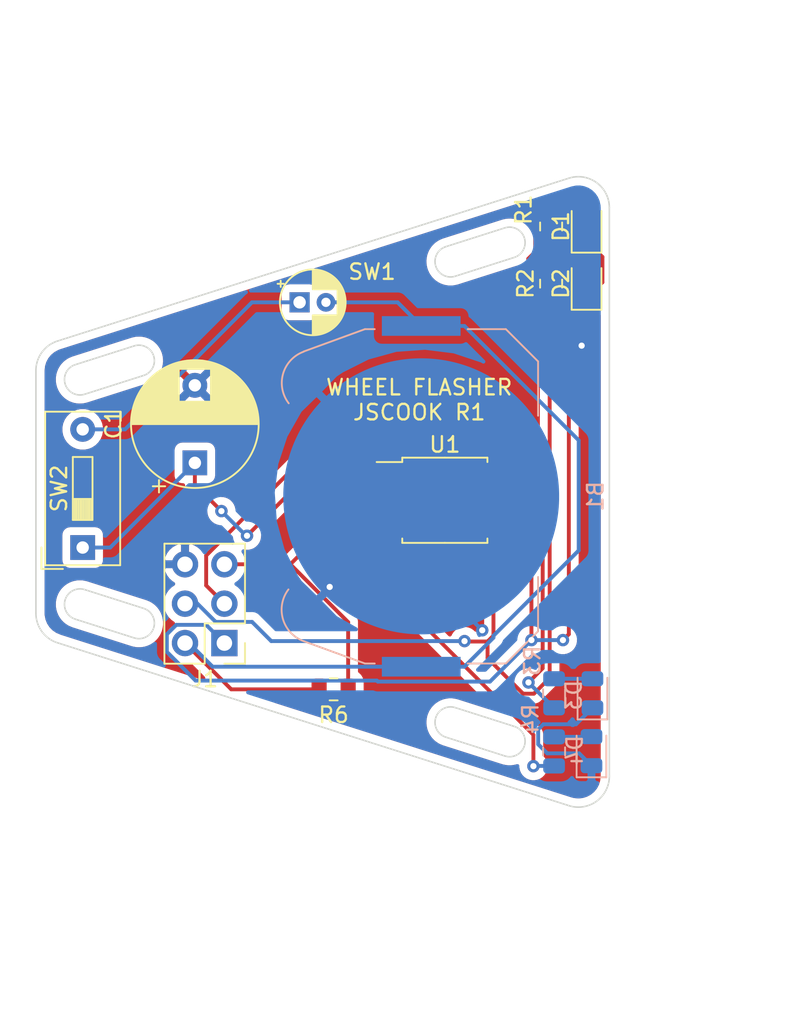
<source format=kicad_pcb>
(kicad_pcb (version 20171130) (host pcbnew "(5.1.6-0-10_14)")

  (general
    (thickness 1.6)
    (drawings 25)
    (tracks 141)
    (zones 0)
    (modules 15)
    (nets 15)
  )

  (page A4)
  (layers
    (0 F.Cu signal)
    (31 B.Cu signal)
    (32 B.Adhes user)
    (33 F.Adhes user)
    (34 B.Paste user)
    (35 F.Paste user)
    (36 B.SilkS user)
    (37 F.SilkS user)
    (38 B.Mask user)
    (39 F.Mask user)
    (40 Dwgs.User user)
    (41 Cmts.User user)
    (42 Eco1.User user)
    (43 Eco2.User user)
    (44 Edge.Cuts user)
    (45 Margin user)
    (46 B.CrtYd user)
    (47 F.CrtYd user)
    (48 B.Fab user)
    (49 F.Fab user)
  )

  (setup
    (last_trace_width 0.25)
    (trace_clearance 0.2)
    (zone_clearance 0.508)
    (zone_45_only no)
    (trace_min 0.2)
    (via_size 0.8)
    (via_drill 0.4)
    (via_min_size 0.4)
    (via_min_drill 0.3)
    (uvia_size 0.3)
    (uvia_drill 0.1)
    (uvias_allowed no)
    (uvia_min_size 0.2)
    (uvia_min_drill 0.1)
    (edge_width 0.05)
    (segment_width 0.2)
    (pcb_text_width 0.3)
    (pcb_text_size 1.5 1.5)
    (mod_edge_width 0.12)
    (mod_text_size 1 1)
    (mod_text_width 0.15)
    (pad_size 1.3 1.3)
    (pad_drill 0.8)
    (pad_to_mask_clearance 0.051)
    (solder_mask_min_width 0.25)
    (aux_axis_origin 0 0)
    (visible_elements 7FFFFFFF)
    (pcbplotparams
      (layerselection 0x010fc_ffffffff)
      (usegerberextensions false)
      (usegerberattributes false)
      (usegerberadvancedattributes false)
      (creategerberjobfile false)
      (excludeedgelayer true)
      (linewidth 0.100000)
      (plotframeref false)
      (viasonmask false)
      (mode 1)
      (useauxorigin false)
      (hpglpennumber 1)
      (hpglpenspeed 20)
      (hpglpendiameter 15.000000)
      (psnegative false)
      (psa4output false)
      (plotreference true)
      (plotvalue true)
      (plotinvisibletext false)
      (padsonsilk false)
      (subtractmaskfromsilk false)
      (outputformat 1)
      (mirror false)
      (drillshape 0)
      (scaleselection 1)
      (outputdirectory "/Users/jeremycook/Desktop/WHEEL/"))
  )

  (net 0 "")
  (net 1 "Net-(D1-Pad2)")
  (net 2 GND)
  (net 3 "Net-(D2-Pad2)")
  (net 4 "Net-(D3-Pad2)")
  (net 5 "Net-(D4-Pad2)")
  (net 6 "Net-(R4-Pad2)")
  (net 7 VCC)
  (net 8 "Net-(U1-Pad3)")
  (net 9 "Net-(C1-Pad1)")
  (net 10 "Net-(SW1-Pad1)")
  (net 11 "Net-(J1-Pad5)")
  (net 12 "Net-(J1-Pad4)")
  (net 13 "Net-(J1-Pad3)")
  (net 14 "Net-(J1-Pad1)")

  (net_class Default "This is the default net class."
    (clearance 0.2)
    (trace_width 0.25)
    (via_dia 0.8)
    (via_drill 0.4)
    (uvia_dia 0.3)
    (uvia_drill 0.1)
    (add_net GND)
    (add_net "Net-(C1-Pad1)")
    (add_net "Net-(D1-Pad2)")
    (add_net "Net-(D2-Pad2)")
    (add_net "Net-(D3-Pad2)")
    (add_net "Net-(D4-Pad2)")
    (add_net "Net-(J1-Pad1)")
    (add_net "Net-(J1-Pad3)")
    (add_net "Net-(J1-Pad4)")
    (add_net "Net-(J1-Pad5)")
    (add_net "Net-(R4-Pad2)")
    (add_net "Net-(SW1-Pad1)")
    (add_net "Net-(U1-Pad3)")
    (add_net VCC)
  )

  (module Package_SO:SOIC-8_5.275x5.275mm_P1.27mm (layer F.Cu) (tedit 5D9F72B1) (tstamp 5FD07CDA)
    (at 94.742 80.518)
    (descr "SOIC, 8 Pin (http://ww1.microchip.com/downloads/en/DeviceDoc/20005045C.pdf#page=23), generated with kicad-footprint-generator ipc_gullwing_generator.py")
    (tags "SOIC SO")
    (path /5E2E4641)
    (attr smd)
    (fp_text reference U1 (at 0 -3.59) (layer F.SilkS)
      (effects (font (size 1 1) (thickness 0.15)))
    )
    (fp_text value ATtiny85-20PU (at 0 3.59) (layer F.Fab)
      (effects (font (size 1 1) (thickness 0.15)))
    )
    (fp_line (start 4.65 -2.89) (end -4.65 -2.89) (layer F.CrtYd) (width 0.05))
    (fp_line (start 4.65 2.89) (end 4.65 -2.89) (layer F.CrtYd) (width 0.05))
    (fp_line (start -4.65 2.89) (end 4.65 2.89) (layer F.CrtYd) (width 0.05))
    (fp_line (start -4.65 -2.89) (end -4.65 2.89) (layer F.CrtYd) (width 0.05))
    (fp_line (start -2.6375 -1.6375) (end -1.6375 -2.6375) (layer F.Fab) (width 0.1))
    (fp_line (start -2.6375 2.6375) (end -2.6375 -1.6375) (layer F.Fab) (width 0.1))
    (fp_line (start 2.6375 2.6375) (end -2.6375 2.6375) (layer F.Fab) (width 0.1))
    (fp_line (start 2.6375 -2.6375) (end 2.6375 2.6375) (layer F.Fab) (width 0.1))
    (fp_line (start -1.6375 -2.6375) (end 2.6375 -2.6375) (layer F.Fab) (width 0.1))
    (fp_line (start -2.7475 -2.465) (end -4.4 -2.465) (layer F.SilkS) (width 0.12))
    (fp_line (start -2.7475 -2.7475) (end -2.7475 -2.465) (layer F.SilkS) (width 0.12))
    (fp_line (start 0 -2.7475) (end -2.7475 -2.7475) (layer F.SilkS) (width 0.12))
    (fp_line (start 2.7475 -2.7475) (end 2.7475 -2.465) (layer F.SilkS) (width 0.12))
    (fp_line (start 0 -2.7475) (end 2.7475 -2.7475) (layer F.SilkS) (width 0.12))
    (fp_line (start -2.7475 2.7475) (end -2.7475 2.465) (layer F.SilkS) (width 0.12))
    (fp_line (start 0 2.7475) (end -2.7475 2.7475) (layer F.SilkS) (width 0.12))
    (fp_line (start 2.7475 2.7475) (end 2.7475 2.465) (layer F.SilkS) (width 0.12))
    (fp_line (start 0 2.7475) (end 2.7475 2.7475) (layer F.SilkS) (width 0.12))
    (fp_text user %R (at 0 0) (layer F.Fab)
      (effects (font (size 1 1) (thickness 0.15)))
    )
    (pad 8 smd roundrect (at 3.6 -1.905) (size 1.6 0.6) (layers F.Cu F.Paste F.Mask) (roundrect_rratio 0.25)
      (net 9 "Net-(C1-Pad1)"))
    (pad 7 smd roundrect (at 3.6 -0.635) (size 1.6 0.6) (layers F.Cu F.Paste F.Mask) (roundrect_rratio 0.25)
      (net 13 "Net-(J1-Pad3)"))
    (pad 6 smd roundrect (at 3.6 0.635) (size 1.6 0.6) (layers F.Cu F.Paste F.Mask) (roundrect_rratio 0.25)
      (net 14 "Net-(J1-Pad1)"))
    (pad 5 smd roundrect (at 3.6 1.905) (size 1.6 0.6) (layers F.Cu F.Paste F.Mask) (roundrect_rratio 0.25)
      (net 12 "Net-(J1-Pad4)"))
    (pad 4 smd roundrect (at -3.6 1.905) (size 1.6 0.6) (layers F.Cu F.Paste F.Mask) (roundrect_rratio 0.25)
      (net 2 GND))
    (pad 3 smd roundrect (at -3.6 0.635) (size 1.6 0.6) (layers F.Cu F.Paste F.Mask) (roundrect_rratio 0.25)
      (net 8 "Net-(U1-Pad3)"))
    (pad 2 smd roundrect (at -3.6 -0.635) (size 1.6 0.6) (layers F.Cu F.Paste F.Mask) (roundrect_rratio 0.25)
      (net 6 "Net-(R4-Pad2)"))
    (pad 1 smd roundrect (at -3.6 -1.905) (size 1.6 0.6) (layers F.Cu F.Paste F.Mask) (roundrect_rratio 0.25)
      (net 11 "Net-(J1-Pad5)"))
    (model ${KISYS3DMOD}/Package_SO.3dshapes/SOIC-8_5.275x5.275mm_P1.27mm.wrl
      (at (xyz 0 0 0))
      (scale (xyz 1 1 1))
      (rotate (xyz 0 0 0))
    )
  )

  (module Connector_PinHeader_2.54mm:PinHeader_2x03_P2.54mm_Vertical (layer F.Cu) (tedit 59FED5CC) (tstamp 5FD178D4)
    (at 80.518 89.7255 180)
    (descr "Through hole straight pin header, 2x03, 2.54mm pitch, double rows")
    (tags "Through hole pin header THT 2x03 2.54mm double row")
    (path /5FD1F326)
    (fp_text reference J1 (at 1.27 -2.33) (layer F.SilkS)
      (effects (font (size 1 1) (thickness 0.15)))
    )
    (fp_text value Conn_02x03_Odd_Even (at 1.27 7.41) (layer F.Fab)
      (effects (font (size 1 1) (thickness 0.15)))
    )
    (fp_line (start 0 -1.27) (end 3.81 -1.27) (layer F.Fab) (width 0.1))
    (fp_line (start 3.81 -1.27) (end 3.81 6.35) (layer F.Fab) (width 0.1))
    (fp_line (start 3.81 6.35) (end -1.27 6.35) (layer F.Fab) (width 0.1))
    (fp_line (start -1.27 6.35) (end -1.27 0) (layer F.Fab) (width 0.1))
    (fp_line (start -1.27 0) (end 0 -1.27) (layer F.Fab) (width 0.1))
    (fp_line (start -1.33 6.41) (end 3.87 6.41) (layer F.SilkS) (width 0.12))
    (fp_line (start -1.33 1.27) (end -1.33 6.41) (layer F.SilkS) (width 0.12))
    (fp_line (start 3.87 -1.33) (end 3.87 6.41) (layer F.SilkS) (width 0.12))
    (fp_line (start -1.33 1.27) (end 1.27 1.27) (layer F.SilkS) (width 0.12))
    (fp_line (start 1.27 1.27) (end 1.27 -1.33) (layer F.SilkS) (width 0.12))
    (fp_line (start 1.27 -1.33) (end 3.87 -1.33) (layer F.SilkS) (width 0.12))
    (fp_line (start -1.33 0) (end -1.33 -1.33) (layer F.SilkS) (width 0.12))
    (fp_line (start -1.33 -1.33) (end 0 -1.33) (layer F.SilkS) (width 0.12))
    (fp_line (start -1.8 -1.8) (end -1.8 6.85) (layer F.CrtYd) (width 0.05))
    (fp_line (start -1.8 6.85) (end 4.35 6.85) (layer F.CrtYd) (width 0.05))
    (fp_line (start 4.35 6.85) (end 4.35 -1.8) (layer F.CrtYd) (width 0.05))
    (fp_line (start 4.35 -1.8) (end -1.8 -1.8) (layer F.CrtYd) (width 0.05))
    (fp_text user %R (at 1.27 2.54 90) (layer F.Fab)
      (effects (font (size 1 1) (thickness 0.15)))
    )
    (pad 6 thru_hole oval (at 2.54 5.08 180) (size 1.7 1.7) (drill 1) (layers *.Cu *.Mask)
      (net 2 GND))
    (pad 5 thru_hole oval (at 0 5.08 180) (size 1.7 1.7) (drill 1) (layers *.Cu *.Mask)
      (net 11 "Net-(J1-Pad5)"))
    (pad 4 thru_hole oval (at 2.54 2.54 180) (size 1.7 1.7) (drill 1) (layers *.Cu *.Mask)
      (net 12 "Net-(J1-Pad4)"))
    (pad 3 thru_hole oval (at 0 2.54 180) (size 1.7 1.7) (drill 1) (layers *.Cu *.Mask)
      (net 13 "Net-(J1-Pad3)"))
    (pad 2 thru_hole oval (at 2.54 0 180) (size 1.7 1.7) (drill 1) (layers *.Cu *.Mask)
      (net 7 VCC))
    (pad 1 thru_hole rect (at 0 0 180) (size 1.7 1.7) (drill 1) (layers *.Cu *.Mask)
      (net 14 "Net-(J1-Pad1)"))
    (model ${KISYS3DMOD}/Connector_PinHeader_2.54mm.3dshapes/PinHeader_2x03_P2.54mm_Vertical.wrl
      (at (xyz 0 0 0))
      (scale (xyz 1 1 1))
      (rotate (xyz 0 0 0))
    )
  )

  (module Resistor_SMD:R_0805_2012Metric (layer F.Cu) (tedit 5B36C52B) (tstamp 5FB9509C)
    (at 87.5665 92.71 180)
    (descr "Resistor SMD 0805 (2012 Metric), square (rectangular) end terminal, IPC_7351 nominal, (Body size source: https://docs.google.com/spreadsheets/d/1BsfQQcO9C6DZCsRaXUlFlo91Tg2WpOkGARC1WS5S8t0/edit?usp=sharing), generated with kicad-footprint-generator")
    (tags resistor)
    (path /5E39E68E)
    (attr smd)
    (fp_text reference R6 (at 0 -1.65) (layer F.SilkS)
      (effects (font (size 1 1) (thickness 0.15)))
    )
    (fp_text value 10k (at 0 1.65) (layer F.Fab)
      (effects (font (size 1 1) (thickness 0.15)))
    )
    (fp_line (start -1 0.6) (end -1 -0.6) (layer F.Fab) (width 0.1))
    (fp_line (start -1 -0.6) (end 1 -0.6) (layer F.Fab) (width 0.1))
    (fp_line (start 1 -0.6) (end 1 0.6) (layer F.Fab) (width 0.1))
    (fp_line (start 1 0.6) (end -1 0.6) (layer F.Fab) (width 0.1))
    (fp_line (start -0.258578 -0.71) (end 0.258578 -0.71) (layer F.SilkS) (width 0.12))
    (fp_line (start -0.258578 0.71) (end 0.258578 0.71) (layer F.SilkS) (width 0.12))
    (fp_line (start -1.68 0.95) (end -1.68 -0.95) (layer F.CrtYd) (width 0.05))
    (fp_line (start -1.68 -0.95) (end 1.68 -0.95) (layer F.CrtYd) (width 0.05))
    (fp_line (start 1.68 -0.95) (end 1.68 0.95) (layer F.CrtYd) (width 0.05))
    (fp_line (start 1.68 0.95) (end -1.68 0.95) (layer F.CrtYd) (width 0.05))
    (fp_text user %R (at 0 0) (layer F.Fab)
      (effects (font (size 0.5 0.5) (thickness 0.08)))
    )
    (pad 2 smd roundrect (at 0.9375 0 180) (size 0.975 1.4) (layers F.Cu F.Paste F.Mask) (roundrect_rratio 0.25)
      (net 7 VCC))
    (pad 1 smd roundrect (at -0.9375 0 180) (size 0.975 1.4) (layers F.Cu F.Paste F.Mask) (roundrect_rratio 0.25)
      (net 11 "Net-(J1-Pad5)"))
    (model ${KISYS3DMOD}/Resistor_SMD.3dshapes/R_0805_2012Metric.wrl
      (at (xyz 0 0 0))
      (scale (xyz 1 1 1))
      (rotate (xyz 0 0 0))
    )
  )

  (module Resistor_SMD:R_0805_2012Metric (layer B.Cu) (tedit 5B36C52B) (tstamp 5FD0FCC2)
    (at 101.7905 96.7105 270)
    (descr "Resistor SMD 0805 (2012 Metric), square (rectangular) end terminal, IPC_7351 nominal, (Body size source: https://docs.google.com/spreadsheets/d/1BsfQQcO9C6DZCsRaXUlFlo91Tg2WpOkGARC1WS5S8t0/edit?usp=sharing), generated with kicad-footprint-generator")
    (tags resistor)
    (path /5FB99E63)
    (attr smd)
    (fp_text reference R4 (at -2.0955 1.524 90) (layer B.SilkS)
      (effects (font (size 1 1) (thickness 0.15)) (justify mirror))
    )
    (fp_text value 50R (at 0 -1.65 90) (layer B.Fab)
      (effects (font (size 1 1) (thickness 0.15)) (justify mirror))
    )
    (fp_line (start -1 -0.6) (end -1 0.6) (layer B.Fab) (width 0.1))
    (fp_line (start -1 0.6) (end 1 0.6) (layer B.Fab) (width 0.1))
    (fp_line (start 1 0.6) (end 1 -0.6) (layer B.Fab) (width 0.1))
    (fp_line (start 1 -0.6) (end -1 -0.6) (layer B.Fab) (width 0.1))
    (fp_line (start -0.258578 0.71) (end 0.258578 0.71) (layer B.SilkS) (width 0.12))
    (fp_line (start -0.258578 -0.71) (end 0.258578 -0.71) (layer B.SilkS) (width 0.12))
    (fp_line (start -1.68 -0.95) (end -1.68 0.95) (layer B.CrtYd) (width 0.05))
    (fp_line (start -1.68 0.95) (end 1.68 0.95) (layer B.CrtYd) (width 0.05))
    (fp_line (start 1.68 0.95) (end 1.68 -0.95) (layer B.CrtYd) (width 0.05))
    (fp_line (start 1.68 -0.95) (end -1.68 -0.95) (layer B.CrtYd) (width 0.05))
    (fp_text user %R (at 0 0 90) (layer B.Fab)
      (effects (font (size 0.5 0.5) (thickness 0.08)) (justify mirror))
    )
    (pad 2 smd roundrect (at 0.9375 0 270) (size 0.975 1.4) (layers B.Cu B.Paste B.Mask) (roundrect_rratio 0.25)
      (net 6 "Net-(R4-Pad2)"))
    (pad 1 smd roundrect (at -0.9375 0 270) (size 0.975 1.4) (layers B.Cu B.Paste B.Mask) (roundrect_rratio 0.25)
      (net 5 "Net-(D4-Pad2)"))
    (model ${KISYS3DMOD}/Resistor_SMD.3dshapes/R_0805_2012Metric.wrl
      (at (xyz 0 0 0))
      (scale (xyz 1 1 1))
      (rotate (xyz 0 0 0))
    )
  )

  (module Resistor_SMD:R_0805_2012Metric (layer B.Cu) (tedit 5B36C52B) (tstamp 5FD0FC92)
    (at 101.7905 92.964 270)
    (descr "Resistor SMD 0805 (2012 Metric), square (rectangular) end terminal, IPC_7351 nominal, (Body size source: https://docs.google.com/spreadsheets/d/1BsfQQcO9C6DZCsRaXUlFlo91Tg2WpOkGARC1WS5S8t0/edit?usp=sharing), generated with kicad-footprint-generator")
    (tags resistor)
    (path /5E2E661D)
    (attr smd)
    (fp_text reference R3 (at -2.0955 1.397 90) (layer B.SilkS)
      (effects (font (size 1 1) (thickness 0.15)) (justify mirror))
    )
    (fp_text value 50R (at 0 -1.65 90) (layer B.Fab)
      (effects (font (size 1 1) (thickness 0.15)) (justify mirror))
    )
    (fp_line (start -1 -0.6) (end -1 0.6) (layer B.Fab) (width 0.1))
    (fp_line (start -1 0.6) (end 1 0.6) (layer B.Fab) (width 0.1))
    (fp_line (start 1 0.6) (end 1 -0.6) (layer B.Fab) (width 0.1))
    (fp_line (start 1 -0.6) (end -1 -0.6) (layer B.Fab) (width 0.1))
    (fp_line (start -0.258578 0.71) (end 0.258578 0.71) (layer B.SilkS) (width 0.12))
    (fp_line (start -0.258578 -0.71) (end 0.258578 -0.71) (layer B.SilkS) (width 0.12))
    (fp_line (start -1.68 -0.95) (end -1.68 0.95) (layer B.CrtYd) (width 0.05))
    (fp_line (start -1.68 0.95) (end 1.68 0.95) (layer B.CrtYd) (width 0.05))
    (fp_line (start 1.68 0.95) (end 1.68 -0.95) (layer B.CrtYd) (width 0.05))
    (fp_line (start 1.68 -0.95) (end -1.68 -0.95) (layer B.CrtYd) (width 0.05))
    (fp_text user %R (at 0 0 90) (layer B.Fab)
      (effects (font (size 0.5 0.5) (thickness 0.08)) (justify mirror))
    )
    (pad 2 smd roundrect (at 0.9375 0 270) (size 0.975 1.4) (layers B.Cu B.Paste B.Mask) (roundrect_rratio 0.25)
      (net 13 "Net-(J1-Pad3)"))
    (pad 1 smd roundrect (at -0.9375 0 270) (size 0.975 1.4) (layers B.Cu B.Paste B.Mask) (roundrect_rratio 0.25)
      (net 4 "Net-(D3-Pad2)"))
    (model ${KISYS3DMOD}/Resistor_SMD.3dshapes/R_0805_2012Metric.wrl
      (at (xyz 0 0 0))
      (scale (xyz 1 1 1))
      (rotate (xyz 0 0 0))
    )
  )

  (module Resistor_SMD:R_0805_2012Metric (layer F.Cu) (tedit 5B36C52B) (tstamp 5FCF06FD)
    (at 101.6 66.548 90)
    (descr "Resistor SMD 0805 (2012 Metric), square (rectangular) end terminal, IPC_7351 nominal, (Body size source: https://docs.google.com/spreadsheets/d/1BsfQQcO9C6DZCsRaXUlFlo91Tg2WpOkGARC1WS5S8t0/edit?usp=sharing), generated with kicad-footprint-generator")
    (tags resistor)
    (path /5E2E6C6C)
    (attr smd)
    (fp_text reference R2 (at 0 -1.65 90) (layer F.SilkS)
      (effects (font (size 1 1) (thickness 0.15)))
    )
    (fp_text value 50R (at 0 1.65 90) (layer F.Fab)
      (effects (font (size 1 1) (thickness 0.15)))
    )
    (fp_line (start -1 0.6) (end -1 -0.6) (layer F.Fab) (width 0.1))
    (fp_line (start -1 -0.6) (end 1 -0.6) (layer F.Fab) (width 0.1))
    (fp_line (start 1 -0.6) (end 1 0.6) (layer F.Fab) (width 0.1))
    (fp_line (start 1 0.6) (end -1 0.6) (layer F.Fab) (width 0.1))
    (fp_line (start -0.258578 -0.71) (end 0.258578 -0.71) (layer F.SilkS) (width 0.12))
    (fp_line (start -0.258578 0.71) (end 0.258578 0.71) (layer F.SilkS) (width 0.12))
    (fp_line (start -1.68 0.95) (end -1.68 -0.95) (layer F.CrtYd) (width 0.05))
    (fp_line (start -1.68 -0.95) (end 1.68 -0.95) (layer F.CrtYd) (width 0.05))
    (fp_line (start 1.68 -0.95) (end 1.68 0.95) (layer F.CrtYd) (width 0.05))
    (fp_line (start 1.68 0.95) (end -1.68 0.95) (layer F.CrtYd) (width 0.05))
    (fp_text user %R (at 0 0 90) (layer F.Fab)
      (effects (font (size 0.5 0.5) (thickness 0.08)))
    )
    (pad 2 smd roundrect (at 0.9375 0 90) (size 0.975 1.4) (layers F.Cu F.Paste F.Mask) (roundrect_rratio 0.25)
      (net 14 "Net-(J1-Pad1)"))
    (pad 1 smd roundrect (at -0.9375 0 90) (size 0.975 1.4) (layers F.Cu F.Paste F.Mask) (roundrect_rratio 0.25)
      (net 3 "Net-(D2-Pad2)"))
    (model ${KISYS3DMOD}/Resistor_SMD.3dshapes/R_0805_2012Metric.wrl
      (at (xyz 0 0 0))
      (scale (xyz 1 1 1))
      (rotate (xyz 0 0 0))
    )
  )

  (module Resistor_SMD:R_0805_2012Metric (layer F.Cu) (tedit 5B36C52B) (tstamp 5FCF06D3)
    (at 101.6 62.865 90)
    (descr "Resistor SMD 0805 (2012 Metric), square (rectangular) end terminal, IPC_7351 nominal, (Body size source: https://docs.google.com/spreadsheets/d/1BsfQQcO9C6DZCsRaXUlFlo91Tg2WpOkGARC1WS5S8t0/edit?usp=sharing), generated with kicad-footprint-generator")
    (tags resistor)
    (path /5E2E9B31)
    (attr smd)
    (fp_text reference R1 (at 1.0795 -1.778 90) (layer F.SilkS)
      (effects (font (size 1 1) (thickness 0.15)))
    )
    (fp_text value 50R (at 0 1.65 90) (layer F.Fab)
      (effects (font (size 1 1) (thickness 0.15)))
    )
    (fp_line (start -1 0.6) (end -1 -0.6) (layer F.Fab) (width 0.1))
    (fp_line (start -1 -0.6) (end 1 -0.6) (layer F.Fab) (width 0.1))
    (fp_line (start 1 -0.6) (end 1 0.6) (layer F.Fab) (width 0.1))
    (fp_line (start 1 0.6) (end -1 0.6) (layer F.Fab) (width 0.1))
    (fp_line (start -0.258578 -0.71) (end 0.258578 -0.71) (layer F.SilkS) (width 0.12))
    (fp_line (start -0.258578 0.71) (end 0.258578 0.71) (layer F.SilkS) (width 0.12))
    (fp_line (start -1.68 0.95) (end -1.68 -0.95) (layer F.CrtYd) (width 0.05))
    (fp_line (start -1.68 -0.95) (end 1.68 -0.95) (layer F.CrtYd) (width 0.05))
    (fp_line (start 1.68 -0.95) (end 1.68 0.95) (layer F.CrtYd) (width 0.05))
    (fp_line (start 1.68 0.95) (end -1.68 0.95) (layer F.CrtYd) (width 0.05))
    (fp_text user %R (at 0 0 90) (layer F.Fab)
      (effects (font (size 0.5 0.5) (thickness 0.08)))
    )
    (pad 2 smd roundrect (at 0.9375 0 90) (size 0.975 1.4) (layers F.Cu F.Paste F.Mask) (roundrect_rratio 0.25)
      (net 12 "Net-(J1-Pad4)"))
    (pad 1 smd roundrect (at -0.9375 0 90) (size 0.975 1.4) (layers F.Cu F.Paste F.Mask) (roundrect_rratio 0.25)
      (net 1 "Net-(D1-Pad2)"))
    (model ${KISYS3DMOD}/Resistor_SMD.3dshapes/R_0805_2012Metric.wrl
      (at (xyz 0 0 0))
      (scale (xyz 1 1 1))
      (rotate (xyz 0 0 0))
    )
  )

  (module LED_SMD:LED_0805_2012Metric (layer B.Cu) (tedit 5B36C52C) (tstamp 5FD13BDD)
    (at 104.2035 96.6955 90)
    (descr "LED SMD 0805 (2012 Metric), square (rectangular) end terminal, IPC_7351 nominal, (Body size source: https://docs.google.com/spreadsheets/d/1BsfQQcO9C6DZCsRaXUlFlo91Tg2WpOkGARC1WS5S8t0/edit?usp=sharing), generated with kicad-footprint-generator")
    (tags diode)
    (path /5FB99E6A)
    (attr smd)
    (fp_text reference D4 (at 0.0485 -1.0795 90) (layer B.SilkS)
      (effects (font (size 1 1) (thickness 0.15)) (justify mirror))
    )
    (fp_text value LED (at 0 -1.65 90) (layer B.Fab)
      (effects (font (size 1 1) (thickness 0.15)) (justify mirror))
    )
    (fp_line (start 1 0.6) (end -0.7 0.6) (layer B.Fab) (width 0.1))
    (fp_line (start -0.7 0.6) (end -1 0.3) (layer B.Fab) (width 0.1))
    (fp_line (start -1 0.3) (end -1 -0.6) (layer B.Fab) (width 0.1))
    (fp_line (start -1 -0.6) (end 1 -0.6) (layer B.Fab) (width 0.1))
    (fp_line (start 1 -0.6) (end 1 0.6) (layer B.Fab) (width 0.1))
    (fp_line (start 1 0.96) (end -1.685 0.96) (layer B.SilkS) (width 0.12))
    (fp_line (start -1.685 0.96) (end -1.685 -0.96) (layer B.SilkS) (width 0.12))
    (fp_line (start -1.685 -0.96) (end 1 -0.96) (layer B.SilkS) (width 0.12))
    (fp_line (start -1.68 -0.95) (end -1.68 0.95) (layer B.CrtYd) (width 0.05))
    (fp_line (start -1.68 0.95) (end 1.68 0.95) (layer B.CrtYd) (width 0.05))
    (fp_line (start 1.68 0.95) (end 1.68 -0.95) (layer B.CrtYd) (width 0.05))
    (fp_line (start 1.68 -0.95) (end -1.68 -0.95) (layer B.CrtYd) (width 0.05))
    (fp_text user %R (at 0 0 90) (layer B.Fab)
      (effects (font (size 0.5 0.5) (thickness 0.08)) (justify mirror))
    )
    (pad 2 smd roundrect (at 0.9375 0 90) (size 0.975 1.4) (layers B.Cu B.Paste B.Mask) (roundrect_rratio 0.25)
      (net 5 "Net-(D4-Pad2)"))
    (pad 1 smd roundrect (at -0.9375 0 90) (size 0.975 1.4) (layers B.Cu B.Paste B.Mask) (roundrect_rratio 0.25)
      (net 2 GND))
    (model ${KISYS3DMOD}/LED_SMD.3dshapes/LED_0805_2012Metric.wrl
      (at (xyz 0 0 0))
      (scale (xyz 1 1 1))
      (rotate (xyz 0 0 0))
    )
  )

  (module LED_SMD:LED_0805_2012Metric (layer B.Cu) (tedit 5B36C52C) (tstamp 5FCF06A3)
    (at 104.267 92.964 90)
    (descr "LED SMD 0805 (2012 Metric), square (rectangular) end terminal, IPC_7351 nominal, (Body size source: https://docs.google.com/spreadsheets/d/1BsfQQcO9C6DZCsRaXUlFlo91Tg2WpOkGARC1WS5S8t0/edit?usp=sharing), generated with kicad-footprint-generator")
    (tags diode)
    (path /5E2EB910)
    (attr smd)
    (fp_text reference D3 (at -0.127 -1.2065 90) (layer B.SilkS)
      (effects (font (size 1 1) (thickness 0.15)) (justify mirror))
    )
    (fp_text value LED (at 0 -1.65 90) (layer B.Fab)
      (effects (font (size 1 1) (thickness 0.15)) (justify mirror))
    )
    (fp_line (start 1 0.6) (end -0.7 0.6) (layer B.Fab) (width 0.1))
    (fp_line (start -0.7 0.6) (end -1 0.3) (layer B.Fab) (width 0.1))
    (fp_line (start -1 0.3) (end -1 -0.6) (layer B.Fab) (width 0.1))
    (fp_line (start -1 -0.6) (end 1 -0.6) (layer B.Fab) (width 0.1))
    (fp_line (start 1 -0.6) (end 1 0.6) (layer B.Fab) (width 0.1))
    (fp_line (start 1 0.96) (end -1.685 0.96) (layer B.SilkS) (width 0.12))
    (fp_line (start -1.685 0.96) (end -1.685 -0.96) (layer B.SilkS) (width 0.12))
    (fp_line (start -1.685 -0.96) (end 1 -0.96) (layer B.SilkS) (width 0.12))
    (fp_line (start -1.68 -0.95) (end -1.68 0.95) (layer B.CrtYd) (width 0.05))
    (fp_line (start -1.68 0.95) (end 1.68 0.95) (layer B.CrtYd) (width 0.05))
    (fp_line (start 1.68 0.95) (end 1.68 -0.95) (layer B.CrtYd) (width 0.05))
    (fp_line (start 1.68 -0.95) (end -1.68 -0.95) (layer B.CrtYd) (width 0.05))
    (fp_text user %R (at 0 0 90) (layer B.Fab)
      (effects (font (size 0.5 0.5) (thickness 0.08)) (justify mirror))
    )
    (pad 2 smd roundrect (at 0.9375 0 90) (size 0.975 1.4) (layers B.Cu B.Paste B.Mask) (roundrect_rratio 0.25)
      (net 4 "Net-(D3-Pad2)"))
    (pad 1 smd roundrect (at -0.9375 0 90) (size 0.975 1.4) (layers B.Cu B.Paste B.Mask) (roundrect_rratio 0.25)
      (net 2 GND))
    (model ${KISYS3DMOD}/LED_SMD.3dshapes/LED_0805_2012Metric.wrl
      (at (xyz 0 0 0))
      (scale (xyz 1 1 1))
      (rotate (xyz 0 0 0))
    )
  )

  (module LED_SMD:LED_0805_2012Metric (layer F.Cu) (tedit 5B36C52C) (tstamp 5FCF0670)
    (at 103.886 66.548 90)
    (descr "LED SMD 0805 (2012 Metric), square (rectangular) end terminal, IPC_7351 nominal, (Body size source: https://docs.google.com/spreadsheets/d/1BsfQQcO9C6DZCsRaXUlFlo91Tg2WpOkGARC1WS5S8t0/edit?usp=sharing), generated with kicad-footprint-generator")
    (tags diode)
    (path /5E2EADE0)
    (attr smd)
    (fp_text reference D2 (at 0 -1.65 90) (layer F.SilkS)
      (effects (font (size 1 1) (thickness 0.15)))
    )
    (fp_text value LED (at 0 1.65 90) (layer F.Fab)
      (effects (font (size 1 1) (thickness 0.15)))
    )
    (fp_line (start 1 -0.6) (end -0.7 -0.6) (layer F.Fab) (width 0.1))
    (fp_line (start -0.7 -0.6) (end -1 -0.3) (layer F.Fab) (width 0.1))
    (fp_line (start -1 -0.3) (end -1 0.6) (layer F.Fab) (width 0.1))
    (fp_line (start -1 0.6) (end 1 0.6) (layer F.Fab) (width 0.1))
    (fp_line (start 1 0.6) (end 1 -0.6) (layer F.Fab) (width 0.1))
    (fp_line (start 1 -0.96) (end -1.685 -0.96) (layer F.SilkS) (width 0.12))
    (fp_line (start -1.685 -0.96) (end -1.685 0.96) (layer F.SilkS) (width 0.12))
    (fp_line (start -1.685 0.96) (end 1 0.96) (layer F.SilkS) (width 0.12))
    (fp_line (start -1.68 0.95) (end -1.68 -0.95) (layer F.CrtYd) (width 0.05))
    (fp_line (start -1.68 -0.95) (end 1.68 -0.95) (layer F.CrtYd) (width 0.05))
    (fp_line (start 1.68 -0.95) (end 1.68 0.95) (layer F.CrtYd) (width 0.05))
    (fp_line (start 1.68 0.95) (end -1.68 0.95) (layer F.CrtYd) (width 0.05))
    (fp_text user %R (at 0 0 90) (layer F.Fab)
      (effects (font (size 0.5 0.5) (thickness 0.08)))
    )
    (pad 2 smd roundrect (at 0.9375 0 90) (size 0.975 1.4) (layers F.Cu F.Paste F.Mask) (roundrect_rratio 0.25)
      (net 3 "Net-(D2-Pad2)"))
    (pad 1 smd roundrect (at -0.9375 0 90) (size 0.975 1.4) (layers F.Cu F.Paste F.Mask) (roundrect_rratio 0.25)
      (net 2 GND))
    (model ${KISYS3DMOD}/LED_SMD.3dshapes/LED_0805_2012Metric.wrl
      (at (xyz 0 0 0))
      (scale (xyz 1 1 1))
      (rotate (xyz 0 0 0))
    )
  )

  (module LED_SMD:LED_0805_2012Metric (layer F.Cu) (tedit 5B36C52C) (tstamp 5FCF0754)
    (at 103.886 62.865 90)
    (descr "LED SMD 0805 (2012 Metric), square (rectangular) end terminal, IPC_7351 nominal, (Body size source: https://docs.google.com/spreadsheets/d/1BsfQQcO9C6DZCsRaXUlFlo91Tg2WpOkGARC1WS5S8t0/edit?usp=sharing), generated with kicad-footprint-generator")
    (tags diode)
    (path /5E2EA6E5)
    (attr smd)
    (fp_text reference D1 (at 0 -1.65 90) (layer F.SilkS)
      (effects (font (size 1 1) (thickness 0.15)))
    )
    (fp_text value LED (at 0 1.65 90) (layer F.Fab)
      (effects (font (size 1 1) (thickness 0.15)))
    )
    (fp_line (start 1 -0.6) (end -0.7 -0.6) (layer F.Fab) (width 0.1))
    (fp_line (start -0.7 -0.6) (end -1 -0.3) (layer F.Fab) (width 0.1))
    (fp_line (start -1 -0.3) (end -1 0.6) (layer F.Fab) (width 0.1))
    (fp_line (start -1 0.6) (end 1 0.6) (layer F.Fab) (width 0.1))
    (fp_line (start 1 0.6) (end 1 -0.6) (layer F.Fab) (width 0.1))
    (fp_line (start 1 -0.96) (end -1.685 -0.96) (layer F.SilkS) (width 0.12))
    (fp_line (start -1.685 -0.96) (end -1.685 0.96) (layer F.SilkS) (width 0.12))
    (fp_line (start -1.685 0.96) (end 1 0.96) (layer F.SilkS) (width 0.12))
    (fp_line (start -1.68 0.95) (end -1.68 -0.95) (layer F.CrtYd) (width 0.05))
    (fp_line (start -1.68 -0.95) (end 1.68 -0.95) (layer F.CrtYd) (width 0.05))
    (fp_line (start 1.68 -0.95) (end 1.68 0.95) (layer F.CrtYd) (width 0.05))
    (fp_line (start 1.68 0.95) (end -1.68 0.95) (layer F.CrtYd) (width 0.05))
    (fp_text user %R (at 0 0 90) (layer F.Fab)
      (effects (font (size 0.5 0.5) (thickness 0.08)))
    )
    (pad 2 smd roundrect (at 0.9375 0 90) (size 0.975 1.4) (layers F.Cu F.Paste F.Mask) (roundrect_rratio 0.25)
      (net 1 "Net-(D1-Pad2)"))
    (pad 1 smd roundrect (at -0.9375 0 90) (size 0.975 1.4) (layers F.Cu F.Paste F.Mask) (roundrect_rratio 0.25)
      (net 2 GND))
    (model ${KISYS3DMOD}/LED_SMD.3dshapes/LED_0805_2012Metric.wrl
      (at (xyz 0 0 0))
      (scale (xyz 1 1 1))
      (rotate (xyz 0 0 0))
    )
  )

  (module Capacitor_THT:CP_Radial_D8.0mm_P5.00mm (layer F.Cu) (tedit 5AE50EF0) (tstamp 5FCF33C6)
    (at 78.613 78.105 90)
    (descr "CP, Radial series, Radial, pin pitch=5.00mm, , diameter=8mm, Electrolytic Capacitor")
    (tags "CP Radial series Radial pin pitch 5.00mm  diameter 8mm Electrolytic Capacitor")
    (path /5FCF88B7)
    (fp_text reference C1 (at 2.5 -5.25 90) (layer F.SilkS)
      (effects (font (size 1 1) (thickness 0.15)))
    )
    (fp_text value CP1 (at 2.5 5.25 90) (layer F.Fab)
      (effects (font (size 1 1) (thickness 0.15)))
    )
    (fp_line (start -1.509698 -2.715) (end -1.509698 -1.915) (layer F.SilkS) (width 0.12))
    (fp_line (start -1.909698 -2.315) (end -1.109698 -2.315) (layer F.SilkS) (width 0.12))
    (fp_line (start 6.581 -0.533) (end 6.581 0.533) (layer F.SilkS) (width 0.12))
    (fp_line (start 6.541 -0.768) (end 6.541 0.768) (layer F.SilkS) (width 0.12))
    (fp_line (start 6.501 -0.948) (end 6.501 0.948) (layer F.SilkS) (width 0.12))
    (fp_line (start 6.461 -1.098) (end 6.461 1.098) (layer F.SilkS) (width 0.12))
    (fp_line (start 6.421 -1.229) (end 6.421 1.229) (layer F.SilkS) (width 0.12))
    (fp_line (start 6.381 -1.346) (end 6.381 1.346) (layer F.SilkS) (width 0.12))
    (fp_line (start 6.341 -1.453) (end 6.341 1.453) (layer F.SilkS) (width 0.12))
    (fp_line (start 6.301 -1.552) (end 6.301 1.552) (layer F.SilkS) (width 0.12))
    (fp_line (start 6.261 -1.645) (end 6.261 1.645) (layer F.SilkS) (width 0.12))
    (fp_line (start 6.221 -1.731) (end 6.221 1.731) (layer F.SilkS) (width 0.12))
    (fp_line (start 6.181 -1.813) (end 6.181 1.813) (layer F.SilkS) (width 0.12))
    (fp_line (start 6.141 -1.89) (end 6.141 1.89) (layer F.SilkS) (width 0.12))
    (fp_line (start 6.101 -1.964) (end 6.101 1.964) (layer F.SilkS) (width 0.12))
    (fp_line (start 6.061 -2.034) (end 6.061 2.034) (layer F.SilkS) (width 0.12))
    (fp_line (start 6.021 1.04) (end 6.021 2.102) (layer F.SilkS) (width 0.12))
    (fp_line (start 6.021 -2.102) (end 6.021 -1.04) (layer F.SilkS) (width 0.12))
    (fp_line (start 5.981 1.04) (end 5.981 2.166) (layer F.SilkS) (width 0.12))
    (fp_line (start 5.981 -2.166) (end 5.981 -1.04) (layer F.SilkS) (width 0.12))
    (fp_line (start 5.941 1.04) (end 5.941 2.228) (layer F.SilkS) (width 0.12))
    (fp_line (start 5.941 -2.228) (end 5.941 -1.04) (layer F.SilkS) (width 0.12))
    (fp_line (start 5.901 1.04) (end 5.901 2.287) (layer F.SilkS) (width 0.12))
    (fp_line (start 5.901 -2.287) (end 5.901 -1.04) (layer F.SilkS) (width 0.12))
    (fp_line (start 5.861 1.04) (end 5.861 2.345) (layer F.SilkS) (width 0.12))
    (fp_line (start 5.861 -2.345) (end 5.861 -1.04) (layer F.SilkS) (width 0.12))
    (fp_line (start 5.821 1.04) (end 5.821 2.4) (layer F.SilkS) (width 0.12))
    (fp_line (start 5.821 -2.4) (end 5.821 -1.04) (layer F.SilkS) (width 0.12))
    (fp_line (start 5.781 1.04) (end 5.781 2.454) (layer F.SilkS) (width 0.12))
    (fp_line (start 5.781 -2.454) (end 5.781 -1.04) (layer F.SilkS) (width 0.12))
    (fp_line (start 5.741 1.04) (end 5.741 2.505) (layer F.SilkS) (width 0.12))
    (fp_line (start 5.741 -2.505) (end 5.741 -1.04) (layer F.SilkS) (width 0.12))
    (fp_line (start 5.701 1.04) (end 5.701 2.556) (layer F.SilkS) (width 0.12))
    (fp_line (start 5.701 -2.556) (end 5.701 -1.04) (layer F.SilkS) (width 0.12))
    (fp_line (start 5.661 1.04) (end 5.661 2.604) (layer F.SilkS) (width 0.12))
    (fp_line (start 5.661 -2.604) (end 5.661 -1.04) (layer F.SilkS) (width 0.12))
    (fp_line (start 5.621 1.04) (end 5.621 2.651) (layer F.SilkS) (width 0.12))
    (fp_line (start 5.621 -2.651) (end 5.621 -1.04) (layer F.SilkS) (width 0.12))
    (fp_line (start 5.581 1.04) (end 5.581 2.697) (layer F.SilkS) (width 0.12))
    (fp_line (start 5.581 -2.697) (end 5.581 -1.04) (layer F.SilkS) (width 0.12))
    (fp_line (start 5.541 1.04) (end 5.541 2.741) (layer F.SilkS) (width 0.12))
    (fp_line (start 5.541 -2.741) (end 5.541 -1.04) (layer F.SilkS) (width 0.12))
    (fp_line (start 5.501 1.04) (end 5.501 2.784) (layer F.SilkS) (width 0.12))
    (fp_line (start 5.501 -2.784) (end 5.501 -1.04) (layer F.SilkS) (width 0.12))
    (fp_line (start 5.461 1.04) (end 5.461 2.826) (layer F.SilkS) (width 0.12))
    (fp_line (start 5.461 -2.826) (end 5.461 -1.04) (layer F.SilkS) (width 0.12))
    (fp_line (start 5.421 1.04) (end 5.421 2.867) (layer F.SilkS) (width 0.12))
    (fp_line (start 5.421 -2.867) (end 5.421 -1.04) (layer F.SilkS) (width 0.12))
    (fp_line (start 5.381 1.04) (end 5.381 2.907) (layer F.SilkS) (width 0.12))
    (fp_line (start 5.381 -2.907) (end 5.381 -1.04) (layer F.SilkS) (width 0.12))
    (fp_line (start 5.341 1.04) (end 5.341 2.945) (layer F.SilkS) (width 0.12))
    (fp_line (start 5.341 -2.945) (end 5.341 -1.04) (layer F.SilkS) (width 0.12))
    (fp_line (start 5.301 1.04) (end 5.301 2.983) (layer F.SilkS) (width 0.12))
    (fp_line (start 5.301 -2.983) (end 5.301 -1.04) (layer F.SilkS) (width 0.12))
    (fp_line (start 5.261 1.04) (end 5.261 3.019) (layer F.SilkS) (width 0.12))
    (fp_line (start 5.261 -3.019) (end 5.261 -1.04) (layer F.SilkS) (width 0.12))
    (fp_line (start 5.221 1.04) (end 5.221 3.055) (layer F.SilkS) (width 0.12))
    (fp_line (start 5.221 -3.055) (end 5.221 -1.04) (layer F.SilkS) (width 0.12))
    (fp_line (start 5.181 1.04) (end 5.181 3.09) (layer F.SilkS) (width 0.12))
    (fp_line (start 5.181 -3.09) (end 5.181 -1.04) (layer F.SilkS) (width 0.12))
    (fp_line (start 5.141 1.04) (end 5.141 3.124) (layer F.SilkS) (width 0.12))
    (fp_line (start 5.141 -3.124) (end 5.141 -1.04) (layer F.SilkS) (width 0.12))
    (fp_line (start 5.101 1.04) (end 5.101 3.156) (layer F.SilkS) (width 0.12))
    (fp_line (start 5.101 -3.156) (end 5.101 -1.04) (layer F.SilkS) (width 0.12))
    (fp_line (start 5.061 1.04) (end 5.061 3.189) (layer F.SilkS) (width 0.12))
    (fp_line (start 5.061 -3.189) (end 5.061 -1.04) (layer F.SilkS) (width 0.12))
    (fp_line (start 5.021 1.04) (end 5.021 3.22) (layer F.SilkS) (width 0.12))
    (fp_line (start 5.021 -3.22) (end 5.021 -1.04) (layer F.SilkS) (width 0.12))
    (fp_line (start 4.981 1.04) (end 4.981 3.25) (layer F.SilkS) (width 0.12))
    (fp_line (start 4.981 -3.25) (end 4.981 -1.04) (layer F.SilkS) (width 0.12))
    (fp_line (start 4.941 1.04) (end 4.941 3.28) (layer F.SilkS) (width 0.12))
    (fp_line (start 4.941 -3.28) (end 4.941 -1.04) (layer F.SilkS) (width 0.12))
    (fp_line (start 4.901 1.04) (end 4.901 3.309) (layer F.SilkS) (width 0.12))
    (fp_line (start 4.901 -3.309) (end 4.901 -1.04) (layer F.SilkS) (width 0.12))
    (fp_line (start 4.861 1.04) (end 4.861 3.338) (layer F.SilkS) (width 0.12))
    (fp_line (start 4.861 -3.338) (end 4.861 -1.04) (layer F.SilkS) (width 0.12))
    (fp_line (start 4.821 1.04) (end 4.821 3.365) (layer F.SilkS) (width 0.12))
    (fp_line (start 4.821 -3.365) (end 4.821 -1.04) (layer F.SilkS) (width 0.12))
    (fp_line (start 4.781 1.04) (end 4.781 3.392) (layer F.SilkS) (width 0.12))
    (fp_line (start 4.781 -3.392) (end 4.781 -1.04) (layer F.SilkS) (width 0.12))
    (fp_line (start 4.741 1.04) (end 4.741 3.418) (layer F.SilkS) (width 0.12))
    (fp_line (start 4.741 -3.418) (end 4.741 -1.04) (layer F.SilkS) (width 0.12))
    (fp_line (start 4.701 1.04) (end 4.701 3.444) (layer F.SilkS) (width 0.12))
    (fp_line (start 4.701 -3.444) (end 4.701 -1.04) (layer F.SilkS) (width 0.12))
    (fp_line (start 4.661 1.04) (end 4.661 3.469) (layer F.SilkS) (width 0.12))
    (fp_line (start 4.661 -3.469) (end 4.661 -1.04) (layer F.SilkS) (width 0.12))
    (fp_line (start 4.621 1.04) (end 4.621 3.493) (layer F.SilkS) (width 0.12))
    (fp_line (start 4.621 -3.493) (end 4.621 -1.04) (layer F.SilkS) (width 0.12))
    (fp_line (start 4.581 1.04) (end 4.581 3.517) (layer F.SilkS) (width 0.12))
    (fp_line (start 4.581 -3.517) (end 4.581 -1.04) (layer F.SilkS) (width 0.12))
    (fp_line (start 4.541 1.04) (end 4.541 3.54) (layer F.SilkS) (width 0.12))
    (fp_line (start 4.541 -3.54) (end 4.541 -1.04) (layer F.SilkS) (width 0.12))
    (fp_line (start 4.501 1.04) (end 4.501 3.562) (layer F.SilkS) (width 0.12))
    (fp_line (start 4.501 -3.562) (end 4.501 -1.04) (layer F.SilkS) (width 0.12))
    (fp_line (start 4.461 1.04) (end 4.461 3.584) (layer F.SilkS) (width 0.12))
    (fp_line (start 4.461 -3.584) (end 4.461 -1.04) (layer F.SilkS) (width 0.12))
    (fp_line (start 4.421 1.04) (end 4.421 3.606) (layer F.SilkS) (width 0.12))
    (fp_line (start 4.421 -3.606) (end 4.421 -1.04) (layer F.SilkS) (width 0.12))
    (fp_line (start 4.381 1.04) (end 4.381 3.627) (layer F.SilkS) (width 0.12))
    (fp_line (start 4.381 -3.627) (end 4.381 -1.04) (layer F.SilkS) (width 0.12))
    (fp_line (start 4.341 1.04) (end 4.341 3.647) (layer F.SilkS) (width 0.12))
    (fp_line (start 4.341 -3.647) (end 4.341 -1.04) (layer F.SilkS) (width 0.12))
    (fp_line (start 4.301 1.04) (end 4.301 3.666) (layer F.SilkS) (width 0.12))
    (fp_line (start 4.301 -3.666) (end 4.301 -1.04) (layer F.SilkS) (width 0.12))
    (fp_line (start 4.261 1.04) (end 4.261 3.686) (layer F.SilkS) (width 0.12))
    (fp_line (start 4.261 -3.686) (end 4.261 -1.04) (layer F.SilkS) (width 0.12))
    (fp_line (start 4.221 1.04) (end 4.221 3.704) (layer F.SilkS) (width 0.12))
    (fp_line (start 4.221 -3.704) (end 4.221 -1.04) (layer F.SilkS) (width 0.12))
    (fp_line (start 4.181 1.04) (end 4.181 3.722) (layer F.SilkS) (width 0.12))
    (fp_line (start 4.181 -3.722) (end 4.181 -1.04) (layer F.SilkS) (width 0.12))
    (fp_line (start 4.141 1.04) (end 4.141 3.74) (layer F.SilkS) (width 0.12))
    (fp_line (start 4.141 -3.74) (end 4.141 -1.04) (layer F.SilkS) (width 0.12))
    (fp_line (start 4.101 1.04) (end 4.101 3.757) (layer F.SilkS) (width 0.12))
    (fp_line (start 4.101 -3.757) (end 4.101 -1.04) (layer F.SilkS) (width 0.12))
    (fp_line (start 4.061 1.04) (end 4.061 3.774) (layer F.SilkS) (width 0.12))
    (fp_line (start 4.061 -3.774) (end 4.061 -1.04) (layer F.SilkS) (width 0.12))
    (fp_line (start 4.021 1.04) (end 4.021 3.79) (layer F.SilkS) (width 0.12))
    (fp_line (start 4.021 -3.79) (end 4.021 -1.04) (layer F.SilkS) (width 0.12))
    (fp_line (start 3.981 1.04) (end 3.981 3.805) (layer F.SilkS) (width 0.12))
    (fp_line (start 3.981 -3.805) (end 3.981 -1.04) (layer F.SilkS) (width 0.12))
    (fp_line (start 3.941 -3.821) (end 3.941 3.821) (layer F.SilkS) (width 0.12))
    (fp_line (start 3.901 -3.835) (end 3.901 3.835) (layer F.SilkS) (width 0.12))
    (fp_line (start 3.861 -3.85) (end 3.861 3.85) (layer F.SilkS) (width 0.12))
    (fp_line (start 3.821 -3.863) (end 3.821 3.863) (layer F.SilkS) (width 0.12))
    (fp_line (start 3.781 -3.877) (end 3.781 3.877) (layer F.SilkS) (width 0.12))
    (fp_line (start 3.741 -3.889) (end 3.741 3.889) (layer F.SilkS) (width 0.12))
    (fp_line (start 3.701 -3.902) (end 3.701 3.902) (layer F.SilkS) (width 0.12))
    (fp_line (start 3.661 -3.914) (end 3.661 3.914) (layer F.SilkS) (width 0.12))
    (fp_line (start 3.621 -3.925) (end 3.621 3.925) (layer F.SilkS) (width 0.12))
    (fp_line (start 3.581 -3.936) (end 3.581 3.936) (layer F.SilkS) (width 0.12))
    (fp_line (start 3.541 -3.947) (end 3.541 3.947) (layer F.SilkS) (width 0.12))
    (fp_line (start 3.501 -3.957) (end 3.501 3.957) (layer F.SilkS) (width 0.12))
    (fp_line (start 3.461 -3.967) (end 3.461 3.967) (layer F.SilkS) (width 0.12))
    (fp_line (start 3.421 -3.976) (end 3.421 3.976) (layer F.SilkS) (width 0.12))
    (fp_line (start 3.381 -3.985) (end 3.381 3.985) (layer F.SilkS) (width 0.12))
    (fp_line (start 3.341 -3.994) (end 3.341 3.994) (layer F.SilkS) (width 0.12))
    (fp_line (start 3.301 -4.002) (end 3.301 4.002) (layer F.SilkS) (width 0.12))
    (fp_line (start 3.261 -4.01) (end 3.261 4.01) (layer F.SilkS) (width 0.12))
    (fp_line (start 3.221 -4.017) (end 3.221 4.017) (layer F.SilkS) (width 0.12))
    (fp_line (start 3.18 -4.024) (end 3.18 4.024) (layer F.SilkS) (width 0.12))
    (fp_line (start 3.14 -4.03) (end 3.14 4.03) (layer F.SilkS) (width 0.12))
    (fp_line (start 3.1 -4.037) (end 3.1 4.037) (layer F.SilkS) (width 0.12))
    (fp_line (start 3.06 -4.042) (end 3.06 4.042) (layer F.SilkS) (width 0.12))
    (fp_line (start 3.02 -4.048) (end 3.02 4.048) (layer F.SilkS) (width 0.12))
    (fp_line (start 2.98 -4.052) (end 2.98 4.052) (layer F.SilkS) (width 0.12))
    (fp_line (start 2.94 -4.057) (end 2.94 4.057) (layer F.SilkS) (width 0.12))
    (fp_line (start 2.9 -4.061) (end 2.9 4.061) (layer F.SilkS) (width 0.12))
    (fp_line (start 2.86 -4.065) (end 2.86 4.065) (layer F.SilkS) (width 0.12))
    (fp_line (start 2.82 -4.068) (end 2.82 4.068) (layer F.SilkS) (width 0.12))
    (fp_line (start 2.78 -4.071) (end 2.78 4.071) (layer F.SilkS) (width 0.12))
    (fp_line (start 2.74 -4.074) (end 2.74 4.074) (layer F.SilkS) (width 0.12))
    (fp_line (start 2.7 -4.076) (end 2.7 4.076) (layer F.SilkS) (width 0.12))
    (fp_line (start 2.66 -4.077) (end 2.66 4.077) (layer F.SilkS) (width 0.12))
    (fp_line (start 2.62 -4.079) (end 2.62 4.079) (layer F.SilkS) (width 0.12))
    (fp_line (start 2.58 -4.08) (end 2.58 4.08) (layer F.SilkS) (width 0.12))
    (fp_line (start 2.54 -4.08) (end 2.54 4.08) (layer F.SilkS) (width 0.12))
    (fp_line (start 2.5 -4.08) (end 2.5 4.08) (layer F.SilkS) (width 0.12))
    (fp_line (start -0.526759 -2.1475) (end -0.526759 -1.3475) (layer F.Fab) (width 0.1))
    (fp_line (start -0.926759 -1.7475) (end -0.126759 -1.7475) (layer F.Fab) (width 0.1))
    (fp_circle (center 2.5 0) (end 6.75 0) (layer F.CrtYd) (width 0.05))
    (fp_circle (center 2.5 0) (end 6.62 0) (layer F.SilkS) (width 0.12))
    (fp_circle (center 2.5 0) (end 6.5 0) (layer F.Fab) (width 0.1))
    (fp_text user %R (at 2.5 0 90) (layer F.Fab)
      (effects (font (size 1 1) (thickness 0.15)))
    )
    (pad 2 thru_hole circle (at 5 0 90) (size 1.6 1.6) (drill 0.8) (layers *.Cu *.Mask)
      (net 2 GND))
    (pad 1 thru_hole rect (at 0 0 90) (size 1.6 1.6) (drill 0.8) (layers *.Cu *.Mask)
      (net 9 "Net-(C1-Pad1)"))
    (model ${KISYS3DMOD}/Capacitor_THT.3dshapes/CP_Radial_D8.0mm_P5.00mm.wrl
      (at (xyz 0 0 0))
      (scale (xyz 1 1 1))
      (rotate (xyz 0 0 0))
    )
  )

  (module Button_Switch_THT:SW_DIP_SPSTx01_Slide_9.78x4.72mm_W7.62mm_P2.54mm (layer F.Cu) (tedit 5A4E1404) (tstamp 5FCEF6C9)
    (at 71.374 83.566 90)
    (descr "1x-dip-switch SPST , Slide, row spacing 7.62 mm (300 mils), body size 9.78x4.72mm (see e.g. https://www.ctscorp.com/wp-content/uploads/206-208.pdf)")
    (tags "DIP Switch SPST Slide 7.62mm 300mil")
    (path /5FCF2A4A)
    (fp_text reference SW2 (at 3.81 -1.524 90) (layer F.SilkS)
      (effects (font (size 1 1) (thickness 0.15)))
    )
    (fp_text value SW_DIP_x01 (at 3.81 3.42 90) (layer F.Fab)
      (effects (font (size 1 1) (thickness 0.15)))
    )
    (fp_line (start 8.95 -2.7) (end -1.35 -2.7) (layer F.CrtYd) (width 0.05))
    (fp_line (start 8.95 2.7) (end 8.95 -2.7) (layer F.CrtYd) (width 0.05))
    (fp_line (start -1.35 2.7) (end 8.95 2.7) (layer F.CrtYd) (width 0.05))
    (fp_line (start -1.35 -2.7) (end -1.35 2.7) (layer F.CrtYd) (width 0.05))
    (fp_line (start 3.133333 -0.635) (end 3.133333 0.635) (layer F.SilkS) (width 0.12))
    (fp_line (start 1.78 0.565) (end 3.133333 0.565) (layer F.SilkS) (width 0.12))
    (fp_line (start 1.78 0.445) (end 3.133333 0.445) (layer F.SilkS) (width 0.12))
    (fp_line (start 1.78 0.325) (end 3.133333 0.325) (layer F.SilkS) (width 0.12))
    (fp_line (start 1.78 0.205) (end 3.133333 0.205) (layer F.SilkS) (width 0.12))
    (fp_line (start 1.78 0.085) (end 3.133333 0.085) (layer F.SilkS) (width 0.12))
    (fp_line (start 1.78 -0.035) (end 3.133333 -0.035) (layer F.SilkS) (width 0.12))
    (fp_line (start 1.78 -0.155) (end 3.133333 -0.155) (layer F.SilkS) (width 0.12))
    (fp_line (start 1.78 -0.275) (end 3.133333 -0.275) (layer F.SilkS) (width 0.12))
    (fp_line (start 1.78 -0.395) (end 3.133333 -0.395) (layer F.SilkS) (width 0.12))
    (fp_line (start 1.78 -0.515) (end 3.133333 -0.515) (layer F.SilkS) (width 0.12))
    (fp_line (start 5.84 -0.635) (end 1.78 -0.635) (layer F.SilkS) (width 0.12))
    (fp_line (start 5.84 0.635) (end 5.84 -0.635) (layer F.SilkS) (width 0.12))
    (fp_line (start 1.78 0.635) (end 5.84 0.635) (layer F.SilkS) (width 0.12))
    (fp_line (start 1.78 -0.635) (end 1.78 0.635) (layer F.SilkS) (width 0.12))
    (fp_line (start -1.38 -2.66) (end -1.38 -1.277) (layer F.SilkS) (width 0.12))
    (fp_line (start -1.38 -2.66) (end 0.004 -2.66) (layer F.SilkS) (width 0.12))
    (fp_line (start 8.76 -2.42) (end 8.76 2.42) (layer F.SilkS) (width 0.12))
    (fp_line (start -1.14 -2.42) (end -1.14 2.42) (layer F.SilkS) (width 0.12))
    (fp_line (start -1.14 2.42) (end 8.76 2.42) (layer F.SilkS) (width 0.12))
    (fp_line (start -1.14 -2.42) (end 8.76 -2.42) (layer F.SilkS) (width 0.12))
    (fp_line (start 3.133333 -0.635) (end 3.133333 0.635) (layer F.Fab) (width 0.1))
    (fp_line (start 1.78 0.565) (end 3.133333 0.565) (layer F.Fab) (width 0.1))
    (fp_line (start 1.78 0.465) (end 3.133333 0.465) (layer F.Fab) (width 0.1))
    (fp_line (start 1.78 0.365) (end 3.133333 0.365) (layer F.Fab) (width 0.1))
    (fp_line (start 1.78 0.265) (end 3.133333 0.265) (layer F.Fab) (width 0.1))
    (fp_line (start 1.78 0.165) (end 3.133333 0.165) (layer F.Fab) (width 0.1))
    (fp_line (start 1.78 0.065) (end 3.133333 0.065) (layer F.Fab) (width 0.1))
    (fp_line (start 1.78 -0.035) (end 3.133333 -0.035) (layer F.Fab) (width 0.1))
    (fp_line (start 1.78 -0.135) (end 3.133333 -0.135) (layer F.Fab) (width 0.1))
    (fp_line (start 1.78 -0.235) (end 3.133333 -0.235) (layer F.Fab) (width 0.1))
    (fp_line (start 1.78 -0.335) (end 3.133333 -0.335) (layer F.Fab) (width 0.1))
    (fp_line (start 1.78 -0.435) (end 3.133333 -0.435) (layer F.Fab) (width 0.1))
    (fp_line (start 1.78 -0.535) (end 3.133333 -0.535) (layer F.Fab) (width 0.1))
    (fp_line (start 5.84 -0.635) (end 1.78 -0.635) (layer F.Fab) (width 0.1))
    (fp_line (start 5.84 0.635) (end 5.84 -0.635) (layer F.Fab) (width 0.1))
    (fp_line (start 1.78 0.635) (end 5.84 0.635) (layer F.Fab) (width 0.1))
    (fp_line (start 1.78 -0.635) (end 1.78 0.635) (layer F.Fab) (width 0.1))
    (fp_line (start -1.08 -1.36) (end -0.08 -2.36) (layer F.Fab) (width 0.1))
    (fp_line (start -1.08 2.36) (end -1.08 -1.36) (layer F.Fab) (width 0.1))
    (fp_line (start 8.7 2.36) (end -1.08 2.36) (layer F.Fab) (width 0.1))
    (fp_line (start 8.7 -2.36) (end 8.7 2.36) (layer F.Fab) (width 0.1))
    (fp_line (start -0.08 -2.36) (end 8.7 -2.36) (layer F.Fab) (width 0.1))
    (fp_text user on (at 5.365 -1.4975 90) (layer F.Fab)
      (effects (font (size 0.6 0.6) (thickness 0.09)))
    )
    (fp_text user %R (at 7.27 0) (layer F.Fab)
      (effects (font (size 0.6 0.6) (thickness 0.09)))
    )
    (pad 2 thru_hole oval (at 7.62 0 90) (size 1.6 1.6) (drill 0.8) (layers *.Cu *.Mask)
      (net 10 "Net-(SW1-Pad1)"))
    (pad 1 thru_hole rect (at 0 0 90) (size 1.6 1.6) (drill 0.8) (layers *.Cu *.Mask)
      (net 9 "Net-(C1-Pad1)"))
    (model ${KISYS3DMOD}/Button_Switch_THT.3dshapes/SW_DIP_SPSTx01_Slide_9.78x4.72mm_W7.62mm_P2.54mm.wrl
      (at (xyz 0 0 0))
      (scale (xyz 1 1 1))
      (rotate (xyz 0 0 90))
    )
  )

  (module Capacitor_THT:CP_Radial_D4.0mm_P1.50mm (layer F.Cu) (tedit 5FD12B20) (tstamp 5FD27057)
    (at 85.471 67.7545)
    (descr "CP, Radial series, Radial, pin pitch=1.50mm, , diameter=4mm, Electrolytic Capacitor")
    (tags "CP Radial series Radial pin pitch 1.50mm  diameter 4mm Electrolytic Capacitor")
    (path /5FB85977)
    (fp_text reference SW1 (at 4.572 -1.9685) (layer F.SilkS)
      (effects (font (size 1 1) (thickness 0.15)))
    )
    (fp_text value SW_Push (at 0.75 3.25) (layer F.Fab)
      (effects (font (size 1 1) (thickness 0.15)))
    )
    (fp_line (start -1.319801 -1.395) (end -1.319801 -0.995) (layer F.SilkS) (width 0.12))
    (fp_line (start -1.519801 -1.195) (end -1.119801 -1.195) (layer F.SilkS) (width 0.12))
    (fp_line (start 2.831 -0.37) (end 2.831 0.37) (layer F.SilkS) (width 0.12))
    (fp_line (start 2.791 -0.537) (end 2.791 0.537) (layer F.SilkS) (width 0.12))
    (fp_line (start 2.751 -0.664) (end 2.751 0.664) (layer F.SilkS) (width 0.12))
    (fp_line (start 2.711 -0.768) (end 2.711 0.768) (layer F.SilkS) (width 0.12))
    (fp_line (start 2.671 -0.859) (end 2.671 0.859) (layer F.SilkS) (width 0.12))
    (fp_line (start 2.631 -0.94) (end 2.631 0.94) (layer F.SilkS) (width 0.12))
    (fp_line (start 2.591 -1.013) (end 2.591 1.013) (layer F.SilkS) (width 0.12))
    (fp_line (start 2.551 -1.08) (end 2.551 1.08) (layer F.SilkS) (width 0.12))
    (fp_line (start 2.511 -1.142) (end 2.511 1.142) (layer F.SilkS) (width 0.12))
    (fp_line (start 2.471 -1.2) (end 2.471 1.2) (layer F.SilkS) (width 0.12))
    (fp_line (start 2.431 -1.254) (end 2.431 1.254) (layer F.SilkS) (width 0.12))
    (fp_line (start 2.391 -1.304) (end 2.391 1.304) (layer F.SilkS) (width 0.12))
    (fp_line (start 2.351 -1.351) (end 2.351 1.351) (layer F.SilkS) (width 0.12))
    (fp_line (start 2.311 0.84) (end 2.311 1.396) (layer F.SilkS) (width 0.12))
    (fp_line (start 2.311 -1.396) (end 2.311 -0.84) (layer F.SilkS) (width 0.12))
    (fp_line (start 2.271 0.84) (end 2.271 1.438) (layer F.SilkS) (width 0.12))
    (fp_line (start 2.271 -1.438) (end 2.271 -0.84) (layer F.SilkS) (width 0.12))
    (fp_line (start 2.231 0.84) (end 2.231 1.478) (layer F.SilkS) (width 0.12))
    (fp_line (start 2.231 -1.478) (end 2.231 -0.84) (layer F.SilkS) (width 0.12))
    (fp_line (start 2.191 0.84) (end 2.191 1.516) (layer F.SilkS) (width 0.12))
    (fp_line (start 2.191 -1.516) (end 2.191 -0.84) (layer F.SilkS) (width 0.12))
    (fp_line (start 2.151 0.84) (end 2.151 1.552) (layer F.SilkS) (width 0.12))
    (fp_line (start 2.151 -1.552) (end 2.151 -0.84) (layer F.SilkS) (width 0.12))
    (fp_line (start 2.111 0.84) (end 2.111 1.587) (layer F.SilkS) (width 0.12))
    (fp_line (start 2.111 -1.587) (end 2.111 -0.84) (layer F.SilkS) (width 0.12))
    (fp_line (start 2.071 0.84) (end 2.071 1.619) (layer F.SilkS) (width 0.12))
    (fp_line (start 2.071 -1.619) (end 2.071 -0.84) (layer F.SilkS) (width 0.12))
    (fp_line (start 2.031 0.84) (end 2.031 1.65) (layer F.SilkS) (width 0.12))
    (fp_line (start 2.031 -1.65) (end 2.031 -0.84) (layer F.SilkS) (width 0.12))
    (fp_line (start 1.991 0.84) (end 1.991 1.68) (layer F.SilkS) (width 0.12))
    (fp_line (start 1.991 -1.68) (end 1.991 -0.84) (layer F.SilkS) (width 0.12))
    (fp_line (start 1.951 0.84) (end 1.951 1.708) (layer F.SilkS) (width 0.12))
    (fp_line (start 1.951 -1.708) (end 1.951 -0.84) (layer F.SilkS) (width 0.12))
    (fp_line (start 1.911 0.84) (end 1.911 1.735) (layer F.SilkS) (width 0.12))
    (fp_line (start 1.911 -1.735) (end 1.911 -0.84) (layer F.SilkS) (width 0.12))
    (fp_line (start 1.871 0.84) (end 1.871 1.76) (layer F.SilkS) (width 0.12))
    (fp_line (start 1.871 -1.76) (end 1.871 -0.84) (layer F.SilkS) (width 0.12))
    (fp_line (start 1.831 0.84) (end 1.831 1.785) (layer F.SilkS) (width 0.12))
    (fp_line (start 1.831 -1.785) (end 1.831 -0.84) (layer F.SilkS) (width 0.12))
    (fp_line (start 1.791 0.84) (end 1.791 1.808) (layer F.SilkS) (width 0.12))
    (fp_line (start 1.791 -1.808) (end 1.791 -0.84) (layer F.SilkS) (width 0.12))
    (fp_line (start 1.751 0.84) (end 1.751 1.83) (layer F.SilkS) (width 0.12))
    (fp_line (start 1.751 -1.83) (end 1.751 -0.84) (layer F.SilkS) (width 0.12))
    (fp_line (start 1.711 0.84) (end 1.711 1.851) (layer F.SilkS) (width 0.12))
    (fp_line (start 1.711 -1.851) (end 1.711 -0.84) (layer F.SilkS) (width 0.12))
    (fp_line (start 1.671 0.84) (end 1.671 1.87) (layer F.SilkS) (width 0.12))
    (fp_line (start 1.671 -1.87) (end 1.671 -0.84) (layer F.SilkS) (width 0.12))
    (fp_line (start 1.631 0.84) (end 1.631 1.889) (layer F.SilkS) (width 0.12))
    (fp_line (start 1.631 -1.889) (end 1.631 -0.84) (layer F.SilkS) (width 0.12))
    (fp_line (start 1.591 0.84) (end 1.591 1.907) (layer F.SilkS) (width 0.12))
    (fp_line (start 1.591 -1.907) (end 1.591 -0.84) (layer F.SilkS) (width 0.12))
    (fp_line (start 1.551 0.84) (end 1.551 1.924) (layer F.SilkS) (width 0.12))
    (fp_line (start 1.551 -1.924) (end 1.551 -0.84) (layer F.SilkS) (width 0.12))
    (fp_line (start 1.511 0.84) (end 1.511 1.94) (layer F.SilkS) (width 0.12))
    (fp_line (start 1.511 -1.94) (end 1.511 -0.84) (layer F.SilkS) (width 0.12))
    (fp_line (start 1.471 0.84) (end 1.471 1.954) (layer F.SilkS) (width 0.12))
    (fp_line (start 1.471 -1.954) (end 1.471 -0.84) (layer F.SilkS) (width 0.12))
    (fp_line (start 1.43 0.84) (end 1.43 1.968) (layer F.SilkS) (width 0.12))
    (fp_line (start 1.43 -1.968) (end 1.43 -0.84) (layer F.SilkS) (width 0.12))
    (fp_line (start 1.39 0.84) (end 1.39 1.982) (layer F.SilkS) (width 0.12))
    (fp_line (start 1.39 -1.982) (end 1.39 -0.84) (layer F.SilkS) (width 0.12))
    (fp_line (start 1.35 0.84) (end 1.35 1.994) (layer F.SilkS) (width 0.12))
    (fp_line (start 1.35 -1.994) (end 1.35 -0.84) (layer F.SilkS) (width 0.12))
    (fp_line (start 1.31 0.84) (end 1.31 2.005) (layer F.SilkS) (width 0.12))
    (fp_line (start 1.31 -2.005) (end 1.31 -0.84) (layer F.SilkS) (width 0.12))
    (fp_line (start 1.27 0.84) (end 1.27 2.016) (layer F.SilkS) (width 0.12))
    (fp_line (start 1.27 -2.016) (end 1.27 -0.84) (layer F.SilkS) (width 0.12))
    (fp_line (start 1.23 0.84) (end 1.23 2.025) (layer F.SilkS) (width 0.12))
    (fp_line (start 1.23 -2.025) (end 1.23 -0.84) (layer F.SilkS) (width 0.12))
    (fp_line (start 1.19 0.84) (end 1.19 2.034) (layer F.SilkS) (width 0.12))
    (fp_line (start 1.19 -2.034) (end 1.19 -0.84) (layer F.SilkS) (width 0.12))
    (fp_line (start 1.15 0.84) (end 1.15 2.042) (layer F.SilkS) (width 0.12))
    (fp_line (start 1.15 -2.042) (end 1.15 -0.84) (layer F.SilkS) (width 0.12))
    (fp_line (start 1.11 0.84) (end 1.11 2.05) (layer F.SilkS) (width 0.12))
    (fp_line (start 1.11 -2.05) (end 1.11 -0.84) (layer F.SilkS) (width 0.12))
    (fp_line (start 1.07 0.84) (end 1.07 2.056) (layer F.SilkS) (width 0.12))
    (fp_line (start 1.07 -2.056) (end 1.07 -0.84) (layer F.SilkS) (width 0.12))
    (fp_line (start 1.03 0.84) (end 1.03 2.062) (layer F.SilkS) (width 0.12))
    (fp_line (start 1.03 -2.062) (end 1.03 -0.84) (layer F.SilkS) (width 0.12))
    (fp_line (start 0.99 0.84) (end 0.99 2.067) (layer F.SilkS) (width 0.12))
    (fp_line (start 0.99 -2.067) (end 0.99 -0.84) (layer F.SilkS) (width 0.12))
    (fp_line (start 0.95 0.84) (end 0.95 2.071) (layer F.SilkS) (width 0.12))
    (fp_line (start 0.95 -2.071) (end 0.95 -0.84) (layer F.SilkS) (width 0.12))
    (fp_line (start 0.91 0.84) (end 0.91 2.074) (layer F.SilkS) (width 0.12))
    (fp_line (start 0.91 -2.074) (end 0.91 -0.84) (layer F.SilkS) (width 0.12))
    (fp_line (start 0.87 0.84) (end 0.87 2.077) (layer F.SilkS) (width 0.12))
    (fp_line (start 0.87 -2.077) (end 0.87 -0.84) (layer F.SilkS) (width 0.12))
    (fp_line (start 0.83 -2.079) (end 0.83 -0.84) (layer F.SilkS) (width 0.12))
    (fp_line (start 0.83 0.84) (end 0.83 2.079) (layer F.SilkS) (width 0.12))
    (fp_line (start 0.79 -2.08) (end 0.79 -0.84) (layer F.SilkS) (width 0.12))
    (fp_line (start 0.79 0.84) (end 0.79 2.08) (layer F.SilkS) (width 0.12))
    (fp_line (start 0.75 -2.08) (end 0.75 -0.84) (layer F.SilkS) (width 0.12))
    (fp_line (start 0.75 0.84) (end 0.75 2.08) (layer F.SilkS) (width 0.12))
    (fp_line (start -0.752554 -1.0675) (end -0.752554 -0.6675) (layer F.Fab) (width 0.1))
    (fp_line (start -0.952554 -0.8675) (end -0.552554 -0.8675) (layer F.Fab) (width 0.1))
    (fp_circle (center 0.75 0) (end 3 0) (layer F.CrtYd) (width 0.05))
    (fp_circle (center 0.75 0) (end 2.87 0) (layer F.SilkS) (width 0.12))
    (fp_circle (center 0.75 0) (end 2.75 0) (layer F.Fab) (width 0.1))
    (fp_text user %R (at 0.75 0) (layer F.Fab)
      (effects (font (size 0.8 0.8) (thickness 0.12)))
    )
    (pad 1 thru_hole rect (at -0.1 0) (size 1.3 1.3) (drill 0.8) (layers *.Cu *.Mask)
      (net 10 "Net-(SW1-Pad1)"))
    (pad 2 thru_hole circle (at 1.6 0) (size 1.2 1.2) (drill 0.6) (layers *.Cu *.Mask)
      (net 7 VCC))
    (model ${KISYS3DMOD}/Capacitor_THT.3dshapes/CP_Radial_D4.0mm_P1.50mm.wrl
      (at (xyz 0 0 0))
      (scale (xyz 1 1 1))
      (rotate (xyz 0 0 0))
    )
  )

  (module Battery:BatteryHolder_Keystone_3034_1x20mm (layer B.Cu) (tedit 5D9CBF18) (tstamp 5FCF007E)
    (at 93.218 80.264 90)
    (descr "Keystone 3034 SMD battery holder for 2020, 2025 and 2032 coincell batteries. http://www.keyelco.com/product-pdf.cfm?p=798")
    (tags "Keystone type 3034 coin cell retainer")
    (path /5E2FA47B)
    (attr smd)
    (fp_text reference B1 (at 0 11.2395 90) (layer B.SilkS)
      (effects (font (size 1 1) (thickness 0.15)) (justify mirror))
    )
    (fp_text value CR2032Bat (at 0 -11.5 90) (layer B.Fab)
      (effects (font (size 1 1) (thickness 0.15)) (justify mirror))
    )
    (fp_circle (center 0 0) (end 0 -10.25) (layer Dwgs.User) (width 0.15))
    (fp_line (start -10.78 -3.63) (end -9.34 -7.58) (layer B.SilkS) (width 0.12))
    (fp_line (start -8.7 7.54) (end -10.78 5.46) (layer B.SilkS) (width 0.12))
    (fp_line (start -5.2 7.54) (end -8.7 7.54) (layer B.SilkS) (width 0.12))
    (fp_line (start 8.7 7.54) (end 10.78 5.46) (layer B.SilkS) (width 0.12))
    (fp_line (start 10.78 -3.63) (end 9.34 -7.58) (layer B.SilkS) (width 0.12))
    (fp_line (start -10.78 5.46) (end -10.78 3) (layer B.SilkS) (width 0.12))
    (fp_line (start -10.78 -3) (end -10.78 -3.63) (layer B.SilkS) (width 0.12))
    (fp_line (start 10.78 5.46) (end 10.78 3) (layer B.SilkS) (width 0.12))
    (fp_line (start 10.78 -3) (end 10.78 -3.63) (layer B.SilkS) (width 0.12))
    (fp_line (start -9.19 -7.53) (end -10.63 -3.6) (layer B.Fab) (width 0.1))
    (fp_line (start -10.63 -3.6) (end -10.63 5.4) (layer B.Fab) (width 0.1))
    (fp_line (start -10.63 5.4) (end -8.64 7.39) (layer B.Fab) (width 0.1))
    (fp_line (start -8.64 7.39) (end 8.64 7.39) (layer B.Fab) (width 0.1))
    (fp_line (start 8.64 7.39) (end 10.63 5.4) (layer B.Fab) (width 0.1))
    (fp_line (start 10.63 5.4) (end 10.63 -3.6) (layer B.Fab) (width 0.1))
    (fp_line (start 10.63 -3.6) (end 9.19 -7.53) (layer B.Fab) (width 0.1))
    (fp_line (start 11.87 2.79) (end 10.88 2.79) (layer B.CrtYd) (width 0.05))
    (fp_line (start 10.88 2.79) (end 10.88 5.5) (layer B.CrtYd) (width 0.05))
    (fp_line (start 10.88 5.5) (end 8.74 7.64) (layer B.CrtYd) (width 0.05))
    (fp_line (start 8.74 7.64) (end 7.2 7.64) (layer B.CrtYd) (width 0.05))
    (fp_line (start -7.2 7.64) (end -8.74 7.64) (layer B.CrtYd) (width 0.05))
    (fp_line (start -8.74 7.64) (end -10.88 5.5) (layer B.CrtYd) (width 0.05))
    (fp_line (start -10.88 5.5) (end -10.88 2.79) (layer B.CrtYd) (width 0.05))
    (fp_line (start -10.88 2.79) (end -11.87 2.79) (layer B.CrtYd) (width 0.05))
    (fp_line (start -11.87 2.79) (end -11.87 -2.79) (layer B.CrtYd) (width 0.05))
    (fp_line (start -11.87 -2.79) (end -10.88 -2.79) (layer B.CrtYd) (width 0.05))
    (fp_line (start -10.88 -2.79) (end -10.88 -3.64) (layer B.CrtYd) (width 0.05))
    (fp_line (start -10.88 -3.64) (end -9.44 -7.62) (layer B.CrtYd) (width 0.05))
    (fp_line (start 9.43 -7.63) (end 10.88 -3.64) (layer B.CrtYd) (width 0.05))
    (fp_line (start 10.88 -3.64) (end 10.88 -2.79) (layer B.CrtYd) (width 0.05))
    (fp_line (start 10.88 -2.79) (end 11.87 -2.79) (layer B.CrtYd) (width 0.05))
    (fp_line (start 11.87 -2.79) (end 11.87 2.79) (layer B.CrtYd) (width 0.05))
    (fp_line (start 8.7 7.54) (end 5.2 7.54) (layer B.SilkS) (width 0.12))
    (fp_arc (start 7.31 -6.85) (end 5.96 -8.64) (angle 106.9) (layer B.CrtYd) (width 0.05))
    (fp_arc (start 0 0) (end -5.96 -8.64) (angle 69.1) (layer B.CrtYd) (width 0.05))
    (fp_arc (start -7.31 -6.85) (end -9.43 -7.62) (angle 106.9) (layer B.CrtYd) (width 0.05))
    (fp_arc (start 0 0) (end 7.2 7.64) (angle 86.6) (layer B.CrtYd) (width 0.05))
    (fp_arc (start -7.31 -6.85) (end -9.19 -7.53) (angle 107.5) (layer B.Fab) (width 0.1))
    (fp_arc (start 0 -16.36) (end 6.1 -8.43) (angle 75.1) (layer B.Fab) (width 0.1))
    (fp_arc (start 7.31 -6.85) (end 6.1 -8.43) (angle 107.5) (layer B.Fab) (width 0.1))
    (fp_arc (start 7.31 -6.85) (end 6 -8.55) (angle 107.5) (layer B.SilkS) (width 0.12))
    (fp_arc (start -7.31 -6.85) (end -9.34 -7.58) (angle 107.5) (layer B.SilkS) (width 0.12))
    (fp_text user %R (at 0 2.9 90) (layer B.Fab)
      (effects (font (size 1 1) (thickness 0.15)) (justify mirror))
    )
    (pad 1 smd rect (at -10.985 0 90) (size 1.27 5.08) (layers B.Cu B.Paste B.Mask)
      (net 7 VCC))
    (pad 1 smd rect (at 10.985 0 90) (size 1.27 5.08) (layers B.Cu B.Paste B.Mask)
      (net 7 VCC))
    (pad 2 smd circle (at 0 0 90) (size 17.8 17.8) (layers B.Cu B.Mask)
      (net 2 GND))
    (model ${KISYS3DMOD}/Battery.3dshapes/BatteryHolder_Keystone_3034_1x20mm.wrl
      (at (xyz 0 0 0))
      (scale (xyz 1 1 1))
      (rotate (xyz 0 0 0))
    )
  )

  (gr_arc (start 103.358 61.653776) (end 105.358 61.653776) (angle -107.6538241) (layer Edge.Cuts) (width 0.1))
  (gr_arc (start 103.358 98.305224) (end 102.751469 100.211036) (angle -107.6538241) (layer Edge.Cuts) (width 0.1))
  (gr_arc (start 98.920707 63.905494) (end 99.223973 64.8584) (angle -180) (layer Edge.Cuts) (width 0.1))
  (gr_arc (start 95.109083 65.118555) (end 94.805818 64.165649) (angle -180) (layer Edge.Cuts) (width 0.1))
  (gr_line (start 95.412348 66.071461) (end 99.223973 64.8584) (layer Edge.Cuts) (width 0.1))
  (gr_line (start 94.805818 64.165649) (end 98.617442 62.952588) (layer Edge.Cuts) (width 0.1))
  (gr_arc (start 70.358 87.802878) (end 68.358 87.802878) (angle -72.34617594) (layer Edge.Cuts) (width 0.1))
  (gr_arc (start 70.358 72.156123) (end 69.75147 70.25031) (angle -72.34617594) (layer Edge.Cuts) (width 0.1))
  (gr_arc (start 75.007267 88.442984) (end 74.704002 89.39589) (angle -180) (layer Edge.Cuts) (width 0.1))
  (gr_arc (start 71.195642 87.229923) (end 71.498907 86.277017) (angle -180) (layer Edge.Cuts) (width 0.1))
  (gr_arc (start 98.920707 96.053506) (end 98.617442 97.006412) (angle -180) (layer Edge.Cuts) (width 0.1))
  (gr_arc (start 95.109083 94.840445) (end 95.412348 93.887539) (angle -180) (layer Edge.Cuts) (width 0.1))
  (gr_line (start 71.498907 86.277017) (end 75.310532 87.490078) (layer Edge.Cuts) (width 0.1))
  (gr_line (start 95.412348 93.887539) (end 99.223973 95.1006) (layer Edge.Cuts) (width 0.1))
  (gr_line (start 70.892377 88.18283) (end 74.704002 89.39589) (layer Edge.Cuts) (width 0.1))
  (gr_line (start 94.805818 95.793351) (end 98.617442 97.006412) (layer Edge.Cuts) (width 0.1))
  (gr_arc (start 75.007267 71.516017) (end 75.310532 72.468923) (angle -180) (layer Edge.Cuts) (width 0.1))
  (gr_arc (start 71.195642 72.729078) (end 70.892377 71.776171) (angle -180) (layer Edge.Cuts) (width 0.1))
  (gr_line (start 71.498907 73.681984) (end 75.310532 72.468923) (layer Edge.Cuts) (width 0.1))
  (gr_line (start 70.892377 71.776171) (end 74.704002 70.563111) (layer Edge.Cuts) (width 0.1))
  (gr_line (start 69.75147 89.708691) (end 102.751469 100.211036) (layer Edge.Cuts) (width 0.1))
  (gr_line (start 69.75147 70.25031) (end 102.751469 59.747964) (layer Edge.Cuts) (width 0.1))
  (gr_line (start 105.358 98.305224) (end 105.358 61.653776) (layer Edge.Cuts) (width 0.1))
  (gr_line (start 68.358 87.802878) (end 68.358 72.156123) (layer Edge.Cuts) (width 0.1))
  (gr_text "WHEEL FLASHER\nJSCOOK R1" (at 93.091 74.041) (layer F.SilkS) (tstamp 5FCF0017)
    (effects (font (size 1 1) (thickness 0.15)))
  )

  (segment (start 103.475 61.9275) (end 103.886 61.9275) (width 0.25) (layer F.Cu) (net 1))
  (segment (start 103.602 61.9275) (end 103.886 61.9275) (width 0.25) (layer F.Cu) (net 1))
  (segment (start 101.727 63.8025) (end 103.602 61.9275) (width 0.25) (layer F.Cu) (net 1))
  (segment (start 103.40599 96.83549) (end 104.2035 97.633) (width 0.25) (layer B.Cu) (net 2))
  (segment (start 101.34864 96.83549) (end 103.40599 96.83549) (width 0.25) (layer B.Cu) (net 2))
  (segment (start 100.76549 96.25234) (end 101.34864 96.83549) (width 0.25) (layer B.Cu) (net 2))
  (segment (start 100.76549 95.29366) (end 100.76549 96.25234) (width 0.25) (layer B.Cu) (net 2))
  (segment (start 101.09866 94.96049) (end 100.76549 95.29366) (width 0.25) (layer B.Cu) (net 2))
  (segment (start 103.20801 94.96049) (end 101.09866 94.96049) (width 0.25) (layer B.Cu) (net 2))
  (segment (start 104.267 93.9015) (end 103.20801 94.96049) (width 0.25) (layer B.Cu) (net 2))
  (segment (start 104.91101 66.46049) (end 103.886 67.4855) (width 0.25) (layer F.Cu) (net 2))
  (segment (start 104.91101 64.82751) (end 104.91101 66.46049) (width 0.25) (layer F.Cu) (net 2))
  (segment (start 103.886 63.8025) (end 104.91101 64.82751) (width 0.25) (layer F.Cu) (net 2))
  (segment (start 93.218 80.264) (end 87.376 86.106) (width 0.25) (layer B.Cu) (net 2))
  (segment (start 87.376 86.106) (end 87.312499 86.106) (width 0.25) (layer B.Cu) (net 2))
  (via (at 87.312499 86.106) (size 0.8) (drill 0.4) (layers F.Cu B.Cu) (net 2))
  (segment (start 93.218 80.264) (end 93.98 80.264) (width 0.25) (layer B.Cu) (net 2))
  (segment (start 101.338999 68.318999) (end 103.5685 70.5485) (width 0.25) (layer B.Cu) (net 2))
  (via (at 103.5685 70.5485) (size 0.8) (drill 0.4) (layers F.Cu B.Cu) (net 2))
  (segment (start 103.5685 67.803) (end 103.886 67.4855) (width 0.25) (layer F.Cu) (net 2))
  (segment (start 103.5685 70.5485) (end 103.5685 67.803) (width 0.25) (layer F.Cu) (net 2))
  (segment (start 92.267 82.423) (end 97.155 87.311) (width 0.25) (layer F.Cu) (net 2))
  (segment (start 93.218 84.963) (end 96.755001 88.500001) (width 0.25) (layer B.Cu) (net 2))
  (segment (start 97.155 87.311) (end 97.155 88.9) (width 0.25) (layer F.Cu) (net 2))
  (via (at 97.155 88.9) (size 0.8) (drill 0.4) (layers F.Cu B.Cu) (net 2))
  (segment (start 93.218 80.264) (end 93.218 84.963) (width 0.25) (layer B.Cu) (net 2))
  (segment (start 96.755001 88.500001) (end 97.155 88.9) (width 0.25) (layer B.Cu) (net 2))
  (segment (start 92.267 82.423) (end 91.417 82.423) (width 0.25) (layer F.Cu) (net 2))
  (segment (start 103.07349 64.79799) (end 101.03516 64.79799) (width 0.25) (layer F.Cu) (net 3))
  (segment (start 103.886 65.6105) (end 103.07349 64.79799) (width 0.25) (layer F.Cu) (net 3))
  (segment (start 100.90816 64.79799) (end 101.03516 64.79799) (width 0.25) (layer F.Cu) (net 3))
  (segment (start 100.57499 65.13116) (end 100.90816 64.79799) (width 0.25) (layer F.Cu) (net 3))
  (segment (start 100.57499 66.08984) (end 100.57499 65.13116) (width 0.25) (layer F.Cu) (net 3))
  (segment (start 101.6 67.4855) (end 101.03516 66.92066) (width 0.25) (layer F.Cu) (net 3))
  (segment (start 100.90816 66.42301) (end 100.57499 66.08984) (width 0.25) (layer F.Cu) (net 3))
  (segment (start 101.03516 66.42301) (end 100.90816 66.42301) (width 0.25) (layer F.Cu) (net 3))
  (segment (start 101.03516 66.92066) (end 101.03516 66.42301) (width 0.25) (layer F.Cu) (net 3))
  (segment (start 101.7905 92.0265) (end 104.267 92.0265) (width 0.25) (layer B.Cu) (net 4))
  (segment (start 104.1885 95.773) (end 104.2035 95.758) (width 0.25) (layer B.Cu) (net 5))
  (segment (start 101.7905 95.773) (end 104.1885 95.773) (width 0.25) (layer B.Cu) (net 5))
  (via (at 100.457 97.663) (size 0.8) (drill 0.4) (layers F.Cu B.Cu) (net 6))
  (segment (start 100.472 97.648) (end 100.457 97.663) (width 0.25) (layer B.Cu) (net 6))
  (segment (start 101.7905 97.648) (end 100.472 97.648) (width 0.25) (layer B.Cu) (net 6))
  (segment (start 90.96699 80.20801) (end 91.292 79.883) (width 0.25) (layer F.Cu) (net 6))
  (segment (start 100.457 95.642742) (end 90.96699 86.152732) (width 0.25) (layer F.Cu) (net 6))
  (segment (start 100.457 97.663) (end 100.457 95.642742) (width 0.25) (layer F.Cu) (net 6))
  (segment (start 90.96699 86.152732) (end 90.96699 86.14099) (width 0.25) (layer F.Cu) (net 6))
  (segment (start 88.265 83.439) (end 88.265 81.78941) (width 0.25) (layer F.Cu) (net 6))
  (segment (start 90.96699 86.14099) (end 88.265 83.439) (width 0.25) (layer F.Cu) (net 6))
  (segment (start 90.17141 79.883) (end 91.142 79.883) (width 0.25) (layer F.Cu) (net 6))
  (segment (start 88.265 81.78941) (end 90.17141 79.883) (width 0.25) (layer F.Cu) (net 6))
  (segment (start 93.2175 69.2785) (end 93.218 69.279) (width 0.25) (layer B.Cu) (net 7))
  (segment (start 78.232998 89.7255) (end 77.978 89.7255) (width 0.25) (layer B.Cu) (net 7))
  (segment (start 79.756498 91.249) (end 78.232998 89.7255) (width 0.25) (layer B.Cu) (net 7))
  (segment (start 93.218 91.249) (end 79.756498 91.249) (width 0.25) (layer B.Cu) (net 7))
  (segment (start 80.9625 92.71) (end 77.978 89.7255) (width 0.25) (layer F.Cu) (net 7))
  (segment (start 86.629 92.71) (end 80.9625 92.71) (width 0.25) (layer F.Cu) (net 7))
  (segment (start 103.378 76.649) (end 96.008 69.279) (width 0.25) (layer B.Cu) (net 7))
  (segment (start 96.008 69.279) (end 93.218 69.279) (width 0.25) (layer B.Cu) (net 7))
  (segment (start 97.880001 89.376999) (end 97.880001 89.255001) (width 0.25) (layer B.Cu) (net 7))
  (segment (start 96.008 91.249) (end 97.880001 89.376999) (width 0.25) (layer B.Cu) (net 7))
  (segment (start 93.218 91.249) (end 96.008 91.249) (width 0.25) (layer B.Cu) (net 7))
  (segment (start 103.378 83.757002) (end 103.378 76.649) (width 0.25) (layer B.Cu) (net 7))
  (segment (start 97.880001 89.255001) (end 103.378 83.757002) (width 0.25) (layer B.Cu) (net 7))
  (segment (start 91.6935 67.7545) (end 93.218 69.279) (width 0.25) (layer B.Cu) (net 7))
  (segment (start 87.071 67.7545) (end 91.6935 67.7545) (width 0.25) (layer B.Cu) (net 7))
  (segment (start 73.152 83.566) (end 78.508795 78.209205) (width 0.25) (layer B.Cu) (net 9))
  (segment (start 71.374 83.566) (end 73.152 83.566) (width 0.25) (layer B.Cu) (net 9))
  (segment (start 78.613 79.502) (end 80.3275 81.2165) (width 0.25) (layer F.Cu) (net 9))
  (via (at 80.3275 81.2165) (size 0.8) (drill 0.4) (layers F.Cu B.Cu) (net 9))
  (segment (start 78.613 78.105) (end 78.613 79.502) (width 0.25) (layer F.Cu) (net 9))
  (segment (start 80.3275 81.2165) (end 81.7245 82.6135) (width 0.25) (layer B.Cu) (net 9))
  (via (at 81.9785 82.804) (size 0.8) (drill 0.4) (layers F.Cu B.Cu) (net 9))
  (segment (start 81.788 82.6135) (end 81.9785 82.804) (width 0.25) (layer B.Cu) (net 9))
  (segment (start 81.7245 82.6135) (end 81.788 82.6135) (width 0.25) (layer B.Cu) (net 9))
  (segment (start 97.217 78.613) (end 98.067 78.613) (width 0.25) (layer F.Cu) (net 9))
  (segment (start 95.312 76.708) (end 97.217 78.613) (width 0.25) (layer F.Cu) (net 9))
  (segment (start 88.0745 76.708) (end 95.312 76.708) (width 0.25) (layer F.Cu) (net 9))
  (segment (start 81.9785 82.804) (end 88.0745 76.708) (width 0.25) (layer F.Cu) (net 9))
  (segment (start 82.298498 67.7545) (end 85.371 67.7545) (width 0.25) (layer B.Cu) (net 10))
  (segment (start 74.106998 75.946) (end 82.298498 67.7545) (width 0.25) (layer B.Cu) (net 10))
  (segment (start 71.374 75.946) (end 74.106998 75.946) (width 0.25) (layer B.Cu) (net 10))
  (segment (start 88.504 92.71) (end 88.504 88.377) (width 0.25) (layer F.Cu) (net 11))
  (segment (start 84.7725 84.6455) (end 80.518 84.6455) (width 0.25) (layer F.Cu) (net 11))
  (segment (start 88.504 88.377) (end 84.7725 84.6455) (width 0.25) (layer F.Cu) (net 11))
  (segment (start 84.7725 84.6455) (end 90.805 78.613) (width 0.25) (layer F.Cu) (net 11))
  (segment (start 78.778998 87.1855) (end 79.953999 88.360501) (width 0.25) (layer B.Cu) (net 12))
  (segment (start 82.304001 88.360501) (end 83.542 89.5985) (width 0.25) (layer B.Cu) (net 12))
  (segment (start 79.953999 88.360501) (end 82.304001 88.360501) (width 0.25) (layer B.Cu) (net 12))
  (segment (start 77.978 87.1855) (end 78.778998 87.1855) (width 0.25) (layer B.Cu) (net 12))
  (via (at 96.012 89.5985) (size 0.8) (drill 0.4) (layers F.Cu B.Cu) (net 12))
  (segment (start 83.542 89.5985) (end 96.012 89.5985) (width 0.25) (layer B.Cu) (net 12))
  (segment (start 97.499003 89.625001) (end 97.880002 89.244002) (width 0.25) (layer F.Cu) (net 12))
  (segment (start 96.038501 89.625001) (end 97.499003 89.625001) (width 0.25) (layer F.Cu) (net 12))
  (segment (start 96.012 89.5985) (end 96.038501 89.625001) (width 0.25) (layer F.Cu) (net 12))
  (segment (start 98.26598 82.49902) (end 98.26598 82.423) (width 0.25) (layer F.Cu) (net 12))
  (segment (start 97.880002 82.884998) (end 98.26598 82.49902) (width 0.25) (layer F.Cu) (net 12))
  (segment (start 97.880002 89.244002) (end 97.880002 82.884998) (width 0.25) (layer F.Cu) (net 12))
  (segment (start 99.791499 92.990501) (end 97.499003 90.698005) (width 0.25) (layer F.Cu) (net 12))
  (segment (start 100.487501 92.990501) (end 99.791499 92.990501) (width 0.25) (layer F.Cu) (net 12))
  (segment (start 97.499003 90.698005) (end 97.499003 89.625001) (width 0.25) (layer F.Cu) (net 12))
  (segment (start 101.505009 91.972993) (end 100.487501 92.990501) (width 0.25) (layer F.Cu) (net 12))
  (segment (start 100.12498 71.42298) (end 101.505009 72.803009) (width 0.25) (layer F.Cu) (net 12))
  (segment (start 100.57499 64.49475) (end 100.12498 64.94476) (width 0.25) (layer F.Cu) (net 12))
  (segment (start 101.505009 72.803009) (end 101.505009 91.972993) (width 0.25) (layer F.Cu) (net 12))
  (segment (start 100.57499 62.95251) (end 100.57499 64.49475) (width 0.25) (layer F.Cu) (net 12))
  (segment (start 100.12498 64.94476) (end 100.12498 71.42298) (width 0.25) (layer F.Cu) (net 12))
  (segment (start 101.6 61.9275) (end 100.57499 62.95251) (width 0.25) (layer F.Cu) (net 12))
  (segment (start 101.7905 93.9015) (end 101.7755 93.9015) (width 0.25) (layer B.Cu) (net 13))
  (segment (start 101.7755 93.9015) (end 100.1395 92.2655) (width 0.25) (layer B.Cu) (net 13))
  (via (at 100.1395 92.2655) (size 0.8) (drill 0.4) (layers F.Cu B.Cu) (net 13))
  (segment (start 98.543768 79.883) (end 98.342 79.883) (width 0.25) (layer F.Cu) (net 13))
  (segment (start 101.054999 82.394231) (end 98.543768 79.883) (width 0.25) (layer F.Cu) (net 13))
  (segment (start 101.054999 91.350001) (end 101.054999 82.394231) (width 0.25) (layer F.Cu) (net 13))
  (segment (start 100.1395 92.2655) (end 101.054999 91.350001) (width 0.25) (layer F.Cu) (net 13))
  (segment (start 79.342999 84.081499) (end 79.342999 86.010499) (width 0.25) (layer F.Cu) (net 13))
  (segment (start 79.342999 86.010499) (end 80.518 87.1855) (width 0.25) (layer F.Cu) (net 13))
  (segment (start 87.351498 76.073) (end 79.342999 84.081499) (width 0.25) (layer F.Cu) (net 13))
  (segment (start 99.142 79.883) (end 99.46701 79.55799) (width 0.25) (layer F.Cu) (net 13))
  (segment (start 97.273768 76.073) (end 87.351498 76.073) (width 0.25) (layer F.Cu) (net 13))
  (segment (start 99.46701 78.266242) (end 97.273768 76.073) (width 0.25) (layer F.Cu) (net 13))
  (segment (start 99.46701 79.55799) (end 99.46701 78.266242) (width 0.25) (layer F.Cu) (net 13))
  (segment (start 98.342 79.883) (end 99.142 79.883) (width 0.25) (layer F.Cu) (net 13))
  (via (at 102.362 89.535) (size 0.8) (drill 0.4) (layers F.Cu B.Cu) (net 14))
  (segment (start 102.743 89.154) (end 102.362 89.535) (width 0.25) (layer F.Cu) (net 14))
  (segment (start 102.743 66.6265) (end 102.743 89.154) (width 0.25) (layer F.Cu) (net 14))
  (segment (start 101.727 65.6105) (end 102.743 66.6265) (width 0.25) (layer F.Cu) (net 14))
  (segment (start 102.362 89.535) (end 100.329998 89.535) (width 0.25) (layer B.Cu) (net 14))
  (via (at 100.329998 89.535) (size 0.8) (drill 0.4) (layers F.Cu B.Cu) (net 14))
  (segment (start 97.655997 92.209001) (end 100.329998 89.535) (width 0.25) (layer B.Cu) (net 14))
  (segment (start 80.518 89.7255) (end 79.342999 88.550499) (width 0.25) (layer B.Cu) (net 14))
  (segment (start 100.329998 82.340998) (end 100.329998 89.535) (width 0.25) (layer F.Cu) (net 14))
  (segment (start 99.142 81.153) (end 100.329998 82.340998) (width 0.25) (layer F.Cu) (net 14))
  (segment (start 79.342999 88.550499) (end 77.413999 88.550499) (width 0.25) (layer B.Cu) (net 14))
  (segment (start 77.413999 88.550499) (end 76.802999 89.161499) (width 0.25) (layer B.Cu) (net 14))
  (segment (start 90.352999 92.144001) (end 90.417999 92.209001) (width 0.25) (layer B.Cu) (net 14))
  (segment (start 76.802999 90.289501) (end 78.657499 92.144001) (width 0.25) (layer B.Cu) (net 14))
  (segment (start 98.342 81.153) (end 99.142 81.153) (width 0.25) (layer F.Cu) (net 14))
  (segment (start 78.657499 92.144001) (end 90.352999 92.144001) (width 0.25) (layer B.Cu) (net 14))
  (segment (start 90.417999 92.209001) (end 97.655997 92.209001) (width 0.25) (layer B.Cu) (net 14))
  (segment (start 76.802999 89.161499) (end 76.802999 90.289501) (width 0.25) (layer B.Cu) (net 14))

  (zone (net 2) (net_name GND) (layer F.Cu) (tstamp 5FD181FC) (hatch edge 0.508)
    (connect_pads (clearance 0.508))
    (min_thickness 0.254)
    (fill yes (arc_segments 32) (thermal_gap 0.508) (thermal_bridge_width 0.508))
    (polygon
      (pts
        (xy 118.11 114.3) (xy 66.04 97.79) (xy 67.31 62.23) (xy 118.11 48.26)
      )
    )
    (filled_polygon
      (pts
        (xy 104.013 67.3585) (xy 104.033 67.3585) (xy 104.033 67.6125) (xy 104.013 67.6125) (xy 104.013 68.44925)
        (xy 104.17175 68.608) (xy 104.586 68.611072) (xy 104.673001 68.602503) (xy 104.673 98.27172) (xy 104.644733 98.560007)
        (xy 104.570741 98.80508) (xy 104.450554 99.031118) (xy 104.288755 99.229503) (xy 104.091502 99.392685) (xy 103.866309 99.514446)
        (xy 103.621757 99.590148) (xy 103.367157 99.616907) (xy 103.099167 99.592518) (xy 102.939677 99.55208) (xy 83.828835 93.47)
        (xy 85.560327 93.47) (xy 85.570553 93.503709) (xy 85.652042 93.656164) (xy 85.761708 93.789792) (xy 85.895336 93.899458)
        (xy 86.047791 93.980947) (xy 86.213215 94.031128) (xy 86.38525 94.048072) (xy 86.87275 94.048072) (xy 87.044785 94.031128)
        (xy 87.210209 93.980947) (xy 87.362664 93.899458) (xy 87.496292 93.789792) (xy 87.5665 93.704244) (xy 87.636708 93.789792)
        (xy 87.770336 93.899458) (xy 87.922791 93.980947) (xy 88.088215 94.031128) (xy 88.26025 94.048072) (xy 88.74775 94.048072)
        (xy 88.919785 94.031128) (xy 89.085209 93.980947) (xy 89.237664 93.899458) (xy 89.371292 93.789792) (xy 89.480958 93.656164)
        (xy 89.562447 93.503709) (xy 89.612628 93.338285) (xy 89.629572 93.16625) (xy 89.629572 92.25375) (xy 89.612628 92.081715)
        (xy 89.562447 91.916291) (xy 89.480958 91.763836) (xy 89.371292 91.630208) (xy 89.264 91.542155) (xy 89.264 88.414323)
        (xy 89.267676 88.377) (xy 89.264 88.339677) (xy 89.264 88.339667) (xy 89.253003 88.228014) (xy 89.209546 88.084753)
        (xy 89.199674 88.066284) (xy 89.138974 87.952723) (xy 89.067799 87.865997) (xy 89.044001 87.836999) (xy 89.015003 87.813201)
        (xy 85.847301 84.6455) (xy 87.505 82.987801) (xy 87.505 83.401677) (xy 87.501324 83.439) (xy 87.505 83.476322)
        (xy 87.505 83.476332) (xy 87.515997 83.587985) (xy 87.556408 83.721205) (xy 87.559454 83.731246) (xy 87.630026 83.863276)
        (xy 87.648265 83.8855) (xy 87.724999 83.979001) (xy 87.754003 84.002804) (xy 90.349454 86.598256) (xy 90.361207 86.612577)
        (xy 90.426989 86.692733) (xy 90.455993 86.716536) (xy 97.606408 93.866952) (xy 95.588022 93.224595) (xy 95.554437 93.217439)
        (xy 95.542064 93.213501) (xy 95.532697 93.211569) (xy 95.341284 93.173481) (xy 95.279475 93.167362) (xy 95.217807 93.160386)
        (xy 95.208245 93.16031) (xy 95.208243 93.16031) (xy 95.013077 93.160127) (xy 94.951286 93.166128) (xy 94.889412 93.171265)
        (xy 94.880015 93.173048) (xy 94.688532 93.210776) (xy 94.629069 93.228668) (xy 94.569386 93.245721) (xy 94.560514 93.249295)
        (xy 94.380004 93.323497) (xy 94.325145 93.3526) (xy 94.269913 93.38092) (xy 94.261905 93.386149) (xy 94.099246 93.494)
        (xy 94.051117 93.533177) (xy 94.002403 93.571714) (xy 93.995563 93.578399) (xy 93.85695 93.71579) (xy 93.817319 93.763605)
        (xy 93.777049 93.810832) (xy 93.771638 93.818718) (xy 93.662351 93.980415) (xy 93.632765 94.03501) (xy 93.602432 94.089166)
        (xy 93.598656 94.097953) (xy 93.522857 94.277798) (xy 93.504444 94.337085) (xy 93.485201 94.396118) (xy 93.483204 94.405471)
        (xy 93.443781 94.596613) (xy 93.437237 94.658318) (xy 93.429824 94.719993) (xy 93.429681 94.729556) (xy 93.428135 94.924716)
        (xy 93.433705 94.986563) (xy 93.438409 95.048456) (xy 93.440127 95.057865) (xy 93.476517 95.249608) (xy 93.493998 95.309212)
        (xy 93.510631 95.369) (xy 93.514143 95.377896) (xy 93.587084 95.558919) (xy 93.615796 95.613965) (xy 93.643736 95.669406)
        (xy 93.648909 95.67745) (xy 93.755621 95.840858) (xy 93.794491 95.889295) (xy 93.832655 95.938238) (xy 93.839292 95.945125)
        (xy 93.975712 96.084694) (xy 94.023216 96.124631) (xy 94.070194 96.165258) (xy 94.078043 96.170724) (xy 94.238974 96.281138)
        (xy 94.293354 96.3111) (xy 94.347306 96.341816) (xy 94.356066 96.345653) (xy 94.535377 96.422705) (xy 94.535387 96.422708)
        (xy 94.566019 96.435887) (xy 98.441767 97.669356) (xy 98.475355 97.676513) (xy 98.487726 97.68045) (xy 98.497093 97.682382)
        (xy 98.688507 97.72047) (xy 98.750311 97.726589) (xy 98.811983 97.733565) (xy 98.821545 97.733641) (xy 98.821547 97.733641)
        (xy 99.016713 97.733824) (xy 99.078507 97.727823) (xy 99.140378 97.722686) (xy 99.149774 97.720903) (xy 99.341258 97.683175)
        (xy 99.400712 97.665286) (xy 99.422 97.659203) (xy 99.422 97.764939) (xy 99.461774 97.964898) (xy 99.539795 98.153256)
        (xy 99.653063 98.322774) (xy 99.797226 98.466937) (xy 99.966744 98.580205) (xy 100.155102 98.658226) (xy 100.355061 98.698)
        (xy 100.558939 98.698) (xy 100.758898 98.658226) (xy 100.947256 98.580205) (xy 101.116774 98.466937) (xy 101.260937 98.322774)
        (xy 101.374205 98.153256) (xy 101.452226 97.964898) (xy 101.492 97.764939) (xy 101.492 97.561061) (xy 101.452226 97.361102)
        (xy 101.374205 97.172744) (xy 101.260937 97.003226) (xy 101.217 96.959289) (xy 101.217 95.680065) (xy 101.220676 95.642742)
        (xy 101.217 95.605419) (xy 101.217 95.605409) (xy 101.206003 95.493756) (xy 101.162546 95.350495) (xy 101.091974 95.218466)
        (xy 100.997001 95.102741) (xy 100.968003 95.078943) (xy 99.62249 93.73343) (xy 99.642513 93.739504) (xy 99.754166 93.750501)
        (xy 99.754176 93.750501) (xy 99.791499 93.754177) (xy 99.828822 93.750501) (xy 100.450179 93.750501) (xy 100.487501 93.754177)
        (xy 100.524823 93.750501) (xy 100.524834 93.750501) (xy 100.636487 93.739504) (xy 100.779748 93.696047) (xy 100.911777 93.625475)
        (xy 101.027502 93.530502) (xy 101.051305 93.501499) (xy 102.016012 92.536792) (xy 102.04501 92.512994) (xy 102.139983 92.397269)
        (xy 102.210555 92.26524) (xy 102.254012 92.121979) (xy 102.265009 92.010326) (xy 102.268686 91.972993) (xy 102.265009 91.93566)
        (xy 102.265009 90.57) (xy 102.463939 90.57) (xy 102.663898 90.530226) (xy 102.852256 90.452205) (xy 103.021774 90.338937)
        (xy 103.165937 90.194774) (xy 103.279205 90.025256) (xy 103.357226 89.836898) (xy 103.397 89.636939) (xy 103.397 89.542681)
        (xy 103.448546 89.446247) (xy 103.492003 89.302986) (xy 103.503 89.191333) (xy 103.503 89.191324) (xy 103.506676 89.154001)
        (xy 103.503 89.116678) (xy 103.503 68.608721) (xy 103.60025 68.608) (xy 103.759 68.44925) (xy 103.759 67.6125)
        (xy 103.739 67.6125) (xy 103.739 67.3585) (xy 103.759 67.3585) (xy 103.759 67.3385) (xy 104.013 67.3385)
      )
    )
    (filled_polygon
      (pts
        (xy 100.329053 61.346291) (xy 100.278872 61.511715) (xy 100.261928 61.68375) (xy 100.261928 62.17125) (xy 100.263678 62.189021)
        (xy 100.063992 62.388706) (xy 100.034989 62.412509) (xy 100.003138 62.45132) (xy 99.940016 62.528234) (xy 99.92562 62.555167)
        (xy 99.919654 62.55031) (xy 99.911646 62.54508) (xy 99.911645 62.545079) (xy 99.911642 62.545078) (xy 99.747496 62.439511)
        (xy 99.692274 62.411197) (xy 99.637404 62.382088) (xy 99.628533 62.378514) (xy 99.447004 62.30684) (xy 99.387321 62.289787)
        (xy 99.32786 62.271895) (xy 99.318463 62.270112) (xy 99.318462 62.270112) (xy 99.318459 62.270111) (xy 99.318456 62.270111)
        (xy 99.126472 62.235061) (xy 99.064589 62.229923) (xy 99.002806 62.223924) (xy 98.993242 62.223999) (xy 98.993241 62.223999)
        (xy 98.798097 62.226907) (xy 98.736388 62.233888) (xy 98.674621 62.240003) (xy 98.665254 62.241934) (xy 98.474391 62.282691)
        (xy 98.474376 62.282696) (xy 98.441767 62.289644) (xy 94.566019 63.523113) (xy 94.534472 63.536686) (xy 94.5221 63.540623)
        (xy 94.513339 63.54446) (xy 94.335121 63.624009) (xy 94.281173 63.654723) (xy 94.226793 63.684685) (xy 94.218944 63.690151)
        (xy 94.059572 63.8028) (xy 94.012622 63.843403) (xy 93.965088 63.883365) (xy 93.95845 63.890251) (xy 93.823993 64.031711)
        (xy 93.785791 64.080702) (xy 93.746961 64.12909) (xy 93.741787 64.137134) (xy 93.637366 64.302016) (xy 93.609427 64.357455)
        (xy 93.580712 64.412509) (xy 93.577199 64.421405) (xy 93.506794 64.60343) (xy 93.49016 64.663223) (xy 93.472682 64.722815)
        (xy 93.470964 64.732224) (xy 93.437254 64.924457) (xy 93.432547 64.986388) (xy 93.426981 65.048197) (xy 93.427123 65.05776)
        (xy 93.431393 65.252879) (xy 93.4388 65.314507) (xy 93.44535 65.376261) (xy 93.447347 65.385614) (xy 93.489435 65.576187)
        (xy 93.508671 65.6352) (xy 93.527091 65.694508) (xy 93.530867 65.703296) (xy 93.60917 65.882065) (xy 93.639532 65.936271)
        (xy 93.669089 65.990813) (xy 93.674499 65.9987) (xy 93.786033 66.158856) (xy 93.826342 66.20613) (xy 93.865938 66.2539)
        (xy 93.87277 66.260578) (xy 93.872775 66.260584) (xy 93.872778 66.260586) (xy 94.013296 66.396027) (xy 94.061987 66.434545)
        (xy 94.110134 66.473737) (xy 94.118142 66.478967) (xy 94.282291 66.584536) (xy 94.337539 66.612864) (xy 94.392383 66.641959)
        (xy 94.401254 66.645533) (xy 94.582782 66.717208) (xy 94.642467 66.734262) (xy 94.701929 66.752154) (xy 94.711325 66.753937)
        (xy 94.903317 66.788988) (xy 94.965204 66.794126) (xy 95.026984 66.800125) (xy 95.036548 66.80005) (xy 95.231692 66.797142)
        (xy 95.293405 66.790161) (xy 95.355168 66.784046) (xy 95.364535 66.782115) (xy 95.555398 66.741358) (xy 95.555413 66.741353)
        (xy 95.588022 66.734405) (xy 99.36498 65.532377) (xy 99.364981 71.385648) (xy 99.361304 71.42298) (xy 99.364981 71.460313)
        (xy 99.375978 71.571966) (xy 99.383747 71.597576) (xy 99.419434 71.715226) (xy 99.490006 71.847256) (xy 99.559352 71.931753)
        (xy 99.58498 71.962981) (xy 99.613978 71.986779) (xy 100.745009 73.117811) (xy 100.745009 81.00944) (xy 99.917685 80.182116)
        (xy 99.978008 80.121793) (xy 100.007011 80.097991) (xy 100.101984 79.982266) (xy 100.172556 79.850237) (xy 100.216013 79.706976)
        (xy 100.22701 79.595323) (xy 100.22701 79.595322) (xy 100.230687 79.55799) (xy 100.22701 79.520657) (xy 100.22701 78.303575)
        (xy 100.230687 78.266242) (xy 100.216013 78.117256) (xy 100.172556 77.973995) (xy 100.101984 77.841966) (xy 100.030809 77.755239)
        (xy 100.007011 77.726241) (xy 99.978013 77.702443) (xy 97.837572 75.562003) (xy 97.813769 75.532999) (xy 97.698044 75.438026)
        (xy 97.566015 75.367454) (xy 97.422754 75.323997) (xy 97.311101 75.313) (xy 97.31109 75.313) (xy 97.273768 75.309324)
        (xy 97.236446 75.313) (xy 87.388821 75.313) (xy 87.351498 75.309324) (xy 87.314175 75.313) (xy 87.314165 75.313)
        (xy 87.202512 75.323997) (xy 87.059251 75.367454) (xy 86.927221 75.438026) (xy 86.843581 75.506668) (xy 86.811497 75.532999)
        (xy 86.787699 75.561997) (xy 81.341369 81.008328) (xy 81.322726 80.914602) (xy 81.244705 80.726244) (xy 81.131437 80.556726)
        (xy 80.987274 80.412563) (xy 80.817756 80.299295) (xy 80.629398 80.221274) (xy 80.429439 80.1815) (xy 80.367302 80.1815)
        (xy 79.672249 79.486447) (xy 79.767494 79.435537) (xy 79.864185 79.356185) (xy 79.943537 79.259494) (xy 80.002502 79.14918)
        (xy 80.038812 79.029482) (xy 80.051072 78.905) (xy 80.051072 77.305) (xy 80.038812 77.180518) (xy 80.002502 77.06082)
        (xy 79.943537 76.950506) (xy 79.864185 76.853815) (xy 79.767494 76.774463) (xy 79.65718 76.715498) (xy 79.537482 76.679188)
        (xy 79.413 76.666928) (xy 77.813 76.666928) (xy 77.688518 76.679188) (xy 77.56882 76.715498) (xy 77.458506 76.774463)
        (xy 77.361815 76.853815) (xy 77.282463 76.950506) (xy 77.223498 77.06082) (xy 77.187188 77.180518) (xy 77.174928 77.305)
        (xy 77.174928 78.905) (xy 77.187188 79.029482) (xy 77.223498 79.14918) (xy 77.282463 79.259494) (xy 77.361815 79.356185)
        (xy 77.458506 79.435537) (xy 77.56882 79.494502) (xy 77.688518 79.530812) (xy 77.813 79.543072) (xy 77.853369 79.543072)
        (xy 77.858066 79.590753) (xy 77.863998 79.650985) (xy 77.907454 79.794246) (xy 77.978026 79.926276) (xy 78.049201 80.013002)
        (xy 78.073 80.042001) (xy 78.101998 80.065799) (xy 79.2925 81.256302) (xy 79.2925 81.318439) (xy 79.332274 81.518398)
        (xy 79.410295 81.706756) (xy 79.523563 81.876274) (xy 79.667726 82.020437) (xy 79.837244 82.133705) (xy 80.025602 82.211726)
        (xy 80.119328 82.230369) (xy 78.880403 83.469294) (xy 78.859355 83.450322) (xy 78.609252 83.301343) (xy 78.334891 83.204019)
        (xy 78.105 83.324686) (xy 78.105 84.5185) (xy 78.125 84.5185) (xy 78.125 84.7725) (xy 78.105 84.7725)
        (xy 78.105 84.7925) (xy 77.851 84.7925) (xy 77.851 84.7725) (xy 76.657845 84.7725) (xy 76.536524 85.00239)
        (xy 76.581175 85.149599) (xy 76.706359 85.41242) (xy 76.880412 85.645769) (xy 77.096645 85.840678) (xy 77.213534 85.910305)
        (xy 77.031368 86.032025) (xy 76.824525 86.238868) (xy 76.66201 86.482089) (xy 76.550068 86.752342) (xy 76.493 87.03924)
        (xy 76.493 87.33176) (xy 76.550068 87.618658) (xy 76.66201 87.888911) (xy 76.824525 88.132132) (xy 77.031368 88.338975)
        (xy 77.20576 88.4555) (xy 77.031368 88.572025) (xy 76.824525 88.778868) (xy 76.66201 89.022089) (xy 76.550068 89.292342)
        (xy 76.493 89.57924) (xy 76.493 89.87176) (xy 76.550068 90.158658) (xy 76.66201 90.428911) (xy 76.824525 90.672132)
        (xy 77.031368 90.878975) (xy 77.274589 91.04149) (xy 77.544842 91.153432) (xy 77.83174 91.2105) (xy 78.12426 91.2105)
        (xy 78.344408 91.16671) (xy 79.162681 91.984983) (xy 69.991149 89.066117) (xy 69.724999 88.951749) (xy 69.513903 88.806916)
        (xy 69.33496 88.623844) (xy 69.194985 88.409499) (xy 69.099306 88.172046) (xy 69.048174 87.902625) (xy 69.043 87.787501)
        (xy 69.043 87.314194) (xy 69.514694 87.314194) (xy 69.520264 87.376041) (xy 69.524968 87.437934) (xy 69.526686 87.447343)
        (xy 69.563076 87.639086) (xy 69.580557 87.69869) (xy 69.59719 87.758478) (xy 69.600702 87.767374) (xy 69.673643 87.948397)
        (xy 69.702355 88.003443) (xy 69.730295 88.058884) (xy 69.735468 88.066928) (xy 69.84218 88.230336) (xy 69.88105 88.278773)
        (xy 69.919214 88.327716) (xy 69.925851 88.334603) (xy 70.062271 88.474172) (xy 70.109775 88.514109) (xy 70.156753 88.554736)
        (xy 70.164602 88.560202) (xy 70.325533 88.670616) (xy 70.379913 88.700578) (xy 70.433865 88.731294) (xy 70.442625 88.735131)
        (xy 70.621936 88.812183) (xy 70.621939 88.812184) (xy 70.652579 88.825366) (xy 74.528327 90.058834) (xy 74.561915 90.065991)
        (xy 74.574286 90.069928) (xy 74.583653 90.07186) (xy 74.775067 90.109948) (xy 74.836871 90.116067) (xy 74.898543 90.123043)
        (xy 74.908105 90.123119) (xy 74.908107 90.123119) (xy 75.103273 90.123302) (xy 75.165067 90.117301) (xy 75.226938 90.112164)
        (xy 75.236334 90.110381) (xy 75.427818 90.072653) (xy 75.487272 90.054764) (xy 75.546964 90.037708) (xy 75.555836 90.034134)
        (xy 75.736345 89.959932) (xy 75.791176 89.930844) (xy 75.846437 89.902509) (xy 75.854445 89.897279) (xy 76.017105 89.789429)
        (xy 76.065268 89.750224) (xy 76.113947 89.711715) (xy 76.120787 89.70503) (xy 76.2594 89.567639) (xy 76.299031 89.519825)
        (xy 76.339301 89.472597) (xy 76.344712 89.464711) (xy 76.453999 89.303014) (xy 76.483592 89.248405) (xy 76.513918 89.194263)
        (xy 76.517694 89.185476) (xy 76.517695 89.185475) (xy 76.517697 89.18547) (xy 76.593493 89.005631) (xy 76.611906 88.946344)
        (xy 76.631149 88.887311) (xy 76.633146 88.877958) (xy 76.672569 88.686816) (xy 76.679113 88.625111) (xy 76.686526 88.563436)
        (xy 76.686669 88.553873) (xy 76.688215 88.358713) (xy 76.682645 88.296863) (xy 76.677941 88.234973) (xy 76.676223 88.225564)
        (xy 76.639833 88.033821) (xy 76.622354 87.974226) (xy 76.605719 87.914429) (xy 76.602207 87.905533) (xy 76.529266 87.72451)
        (xy 76.500553 87.669462) (xy 76.472614 87.614024) (xy 76.467441 87.605979) (xy 76.360729 87.442571) (xy 76.321872 87.39415)
        (xy 76.283695 87.345191) (xy 76.277058 87.338305) (xy 76.140639 87.198735) (xy 76.093118 87.158785) (xy 76.046156 87.118171)
        (xy 76.038308 87.112705) (xy 75.877376 87.002291) (xy 75.822981 86.972321) (xy 75.769044 86.941613) (xy 75.760284 86.937776)
        (xy 75.580973 86.860724) (xy 75.58097 86.860723) (xy 75.55033 86.847541) (xy 71.674581 85.614073) (xy 71.640996 85.606917)
        (xy 71.628623 85.602979) (xy 71.619256 85.601047) (xy 71.427843 85.562959) (xy 71.366034 85.55684) (xy 71.304366 85.549864)
        (xy 71.294804 85.549788) (xy 71.294802 85.549788) (xy 71.099636 85.549605) (xy 71.037845 85.555606) (xy 70.975971 85.560743)
        (xy 70.966574 85.562526) (xy 70.775091 85.600254) (xy 70.715628 85.618146) (xy 70.655945 85.635199) (xy 70.647073 85.638773)
        (xy 70.466563 85.712975) (xy 70.411704 85.742078) (xy 70.356472 85.770398) (xy 70.348464 85.775627) (xy 70.185805 85.883478)
        (xy 70.137676 85.922655) (xy 70.088962 85.961192) (xy 70.082122 85.967877) (xy 69.943509 86.105268) (xy 69.903878 86.153083)
        (xy 69.863608 86.20031) (xy 69.858197 86.208196) (xy 69.74891 86.369893) (xy 69.719324 86.424488) (xy 69.688991 86.478644)
        (xy 69.685215 86.487431) (xy 69.609416 86.667276) (xy 69.591003 86.726563) (xy 69.57176 86.785596) (xy 69.569763 86.794949)
        (xy 69.53034 86.986091) (xy 69.523796 87.047796) (xy 69.516383 87.109471) (xy 69.51624 87.119034) (xy 69.514694 87.314194)
        (xy 69.043 87.314194) (xy 69.043 82.766) (xy 69.935928 82.766) (xy 69.935928 84.366) (xy 69.948188 84.490482)
        (xy 69.984498 84.61018) (xy 70.043463 84.720494) (xy 70.122815 84.817185) (xy 70.219506 84.896537) (xy 70.32982 84.955502)
        (xy 70.449518 84.991812) (xy 70.574 85.004072) (xy 72.174 85.004072) (xy 72.298482 84.991812) (xy 72.41818 84.955502)
        (xy 72.528494 84.896537) (xy 72.625185 84.817185) (xy 72.704537 84.720494) (xy 72.763502 84.61018) (xy 72.799812 84.490482)
        (xy 72.812072 84.366) (xy 72.812072 84.28861) (xy 76.536524 84.28861) (xy 76.657845 84.5185) (xy 77.851 84.5185)
        (xy 77.851 83.324686) (xy 77.621109 83.204019) (xy 77.346748 83.301343) (xy 77.096645 83.450322) (xy 76.880412 83.645231)
        (xy 76.706359 83.87858) (xy 76.581175 84.141401) (xy 76.536524 84.28861) (xy 72.812072 84.28861) (xy 72.812072 82.766)
        (xy 72.799812 82.641518) (xy 72.763502 82.52182) (xy 72.704537 82.411506) (xy 72.625185 82.314815) (xy 72.528494 82.235463)
        (xy 72.41818 82.176498) (xy 72.298482 82.140188) (xy 72.174 82.127928) (xy 70.574 82.127928) (xy 70.449518 82.140188)
        (xy 70.32982 82.176498) (xy 70.219506 82.235463) (xy 70.122815 82.314815) (xy 70.043463 82.411506) (xy 69.984498 82.52182)
        (xy 69.948188 82.641518) (xy 69.935928 82.766) (xy 69.043 82.766) (xy 69.043 75.804665) (xy 69.939 75.804665)
        (xy 69.939 76.087335) (xy 69.994147 76.364574) (xy 70.10232 76.625727) (xy 70.259363 76.860759) (xy 70.459241 77.060637)
        (xy 70.694273 77.21768) (xy 70.955426 77.325853) (xy 71.232665 77.381) (xy 71.515335 77.381) (xy 71.792574 77.325853)
        (xy 72.053727 77.21768) (xy 72.288759 77.060637) (xy 72.488637 76.860759) (xy 72.64568 76.625727) (xy 72.753853 76.364574)
        (xy 72.809 76.087335) (xy 72.809 75.804665) (xy 72.753853 75.527426) (xy 72.64568 75.266273) (xy 72.488637 75.031241)
        (xy 72.288759 74.831363) (xy 72.053727 74.67432) (xy 71.792574 74.566147) (xy 71.515335 74.511) (xy 71.232665 74.511)
        (xy 70.955426 74.566147) (xy 70.694273 74.67432) (xy 70.459241 74.831363) (xy 70.259363 75.031241) (xy 70.10232 75.266273)
        (xy 69.994147 75.527426) (xy 69.939 75.804665) (xy 69.043 75.804665) (xy 69.043 72.658719) (xy 69.513539 72.658719)
        (xy 69.513681 72.668282) (xy 69.517951 72.863401) (xy 69.525359 72.925033) (xy 69.531908 72.986782) (xy 69.533905 72.996136)
        (xy 69.575993 73.186709) (xy 69.595222 73.245702) (xy 69.613649 73.305031) (xy 69.617425 73.313819) (xy 69.695728 73.492588)
        (xy 69.72609 73.546794) (xy 69.755647 73.601336) (xy 69.761057 73.609223) (xy 69.872591 73.769379) (xy 69.912889 73.816639)
        (xy 69.952494 73.864422) (xy 69.959328 73.871101) (xy 69.959333 73.871107) (xy 69.959339 73.871111) (xy 70.099852 74.006549)
        (xy 70.148527 74.045054) (xy 70.196692 74.084261) (xy 70.2047 74.089491) (xy 70.368849 74.19506) (xy 70.424097 74.223388)
        (xy 70.478941 74.252483) (xy 70.487812 74.256057) (xy 70.66934 74.327732) (xy 70.729005 74.34478) (xy 70.788488 74.362678)
        (xy 70.797884 74.364461) (xy 70.989877 74.399512) (xy 71.05176 74.40465) (xy 71.113543 74.410649) (xy 71.123107 74.410574)
        (xy 71.318251 74.407666) (xy 71.379964 74.400685) (xy 71.441727 74.39457) (xy 71.451094 74.392639) (xy 71.641957 74.351882)
        (xy 71.641981 74.351874) (xy 71.674581 74.344928) (xy 72.451403 74.097702) (xy 77.799903 74.097702) (xy 77.871486 74.341671)
        (xy 78.126996 74.462571) (xy 78.401184 74.5313) (xy 78.683512 74.545217) (xy 78.96313 74.503787) (xy 79.229292 74.408603)
        (xy 79.354514 74.341671) (xy 79.426097 74.097702) (xy 78.613 73.284605) (xy 77.799903 74.097702) (xy 72.451403 74.097702)
        (xy 75.349068 73.175512) (xy 77.172783 73.175512) (xy 77.214213 73.45513) (xy 77.309397 73.721292) (xy 77.376329 73.846514)
        (xy 77.620298 73.918097) (xy 78.433395 73.105) (xy 78.792605 73.105) (xy 79.605702 73.918097) (xy 79.849671 73.846514)
        (xy 79.970571 73.591004) (xy 80.0393 73.316816) (xy 80.053217 73.034488) (xy 80.011787 72.75487) (xy 79.916603 72.488708)
        (xy 79.849671 72.363486) (xy 79.605702 72.291903) (xy 78.792605 73.105) (xy 78.433395 73.105) (xy 77.620298 72.291903)
        (xy 77.376329 72.363486) (xy 77.255429 72.618996) (xy 77.1867 72.893184) (xy 77.172783 73.175512) (xy 75.349068 73.175512)
        (xy 75.55033 73.11146) (xy 75.581885 73.097884) (xy 75.59425 73.093949) (xy 75.603011 73.090112) (xy 75.781229 73.010563)
        (xy 75.835191 72.979841) (xy 75.889557 72.949887) (xy 75.897405 72.944421) (xy 75.897409 72.944419) (xy 75.897414 72.944414)
        (xy 76.056778 72.831772) (xy 76.103711 72.791183) (xy 76.151262 72.751207) (xy 76.1579 72.744321) (xy 76.292357 72.60286)
        (xy 76.330519 72.55392) (xy 76.369389 72.505482) (xy 76.374563 72.497438) (xy 76.478984 72.332556) (xy 76.506922 72.277118)
        (xy 76.535639 72.222062) (xy 76.539151 72.213166) (xy 76.578165 72.112298) (xy 77.799903 72.112298) (xy 78.613 72.925395)
        (xy 79.426097 72.112298) (xy 79.354514 71.868329) (xy 79.099004 71.747429) (xy 78.824816 71.6787) (xy 78.542488 71.664783)
        (xy 78.26287 71.706213) (xy 77.996708 71.801397) (xy 77.871486 71.868329) (xy 77.799903 72.112298) (xy 76.578165 72.112298)
        (xy 76.609556 72.031142) (xy 76.62619 71.971349) (xy 76.643668 71.911757) (xy 76.645386 71.902348) (xy 76.679096 71.710116)
        (xy 76.683803 71.648184) (xy 76.689369 71.586375) (xy 76.689227 71.576812) (xy 76.684957 71.381693) (xy 76.677546 71.320036)
        (xy 76.671 71.258311) (xy 76.669003 71.248957) (xy 76.626915 71.058385) (xy 76.607679 70.999372) (xy 76.589259 70.940064)
        (xy 76.585483 70.931277) (xy 76.50718 70.752507) (xy 76.476818 70.698301) (xy 76.447261 70.643759) (xy 76.441851 70.635872)
        (xy 76.330317 70.475716) (xy 76.289994 70.428426) (xy 76.250412 70.380672) (xy 76.243573 70.373986) (xy 76.103054 70.238545)
        (xy 76.054363 70.200027) (xy 76.006216 70.160835) (xy 75.998208 70.155605) (xy 75.834059 70.050036) (xy 75.778827 70.021716)
        (xy 75.723968 69.992613) (xy 75.715097 69.989039) (xy 75.533568 69.917364) (xy 75.473883 69.90031) (xy 75.414421 69.882418)
        (xy 75.405024 69.880635) (xy 75.213033 69.845584) (xy 75.15115 69.840446) (xy 75.089367 69.834447) (xy 75.079803 69.834522)
        (xy 75.079802 69.834522) (xy 74.884658 69.83743) (xy 74.822949 69.844411) (xy 74.761182 69.850526) (xy 74.751815 69.852457)
        (xy 74.560952 69.893214) (xy 74.560939 69.893218) (xy 74.528327 69.900167) (xy 70.652579 71.133635) (xy 70.621033 71.147207)
        (xy 70.608659 71.151145) (xy 70.599898 71.154982) (xy 70.42168 71.234531) (xy 70.367726 71.265248) (xy 70.313354 71.295206)
        (xy 70.305505 71.300672) (xy 70.3055 71.300675) (xy 70.305497 71.300678) (xy 70.146131 71.413321) (xy 70.099175 71.453929)
        (xy 70.051646 71.493887) (xy 70.045008 71.500773) (xy 69.910551 71.642233) (xy 69.872375 71.691191) (xy 69.833517 71.739614)
        (xy 69.828344 71.747658) (xy 69.723924 71.912541) (xy 69.696003 71.967945) (xy 69.667271 72.02303) (xy 69.663759 72.031926)
        (xy 69.593353 72.213951) (xy 69.576718 72.273748) (xy 69.55924 72.333338) (xy 69.557522 72.342746) (xy 69.523813 72.534978)
        (xy 69.519108 72.596875) (xy 69.513539 72.658719) (xy 69.043 72.658719) (xy 69.043 72.189627) (xy 69.071267 71.90134)
        (xy 69.145259 71.656267) (xy 69.265443 71.430232) (xy 69.427247 71.231842) (xy 69.624498 71.068662) (xy 69.865722 70.938232)
        (xy 69.973877 70.898381) (xy 81.89484 67.1045) (xy 84.082928 67.1045) (xy 84.082928 68.4045) (xy 84.095188 68.528982)
        (xy 84.131498 68.64868) (xy 84.190463 68.758994) (xy 84.269815 68.855685) (xy 84.366506 68.935037) (xy 84.47682 68.994002)
        (xy 84.596518 69.030312) (xy 84.721 69.042572) (xy 86.021 69.042572) (xy 86.145482 69.030312) (xy 86.26518 68.994002)
        (xy 86.375494 68.935037) (xy 86.472185 68.855685) (xy 86.480654 68.845366) (xy 86.486008 68.848943) (xy 86.710764 68.94204)
        (xy 86.949363 68.9895) (xy 87.192637 68.9895) (xy 87.431236 68.94204) (xy 87.655992 68.848943) (xy 87.858267 68.713787)
        (xy 88.030287 68.541767) (xy 88.165443 68.339492) (xy 88.25854 68.114736) (xy 88.306 67.876137) (xy 88.306 67.632863)
        (xy 88.25854 67.394264) (xy 88.165443 67.169508) (xy 88.030287 66.967233) (xy 87.858267 66.795213) (xy 87.655992 66.660057)
        (xy 87.431236 66.56696) (xy 87.192637 66.5195) (xy 86.949363 66.5195) (xy 86.710764 66.56696) (xy 86.486008 66.660057)
        (xy 86.480654 66.663634) (xy 86.472185 66.653315) (xy 86.375494 66.573963) (xy 86.26518 66.514998) (xy 86.145482 66.478688)
        (xy 86.021 66.466428) (xy 84.721 66.466428) (xy 84.596518 66.478688) (xy 84.47682 66.514998) (xy 84.366506 66.573963)
        (xy 84.269815 66.653315) (xy 84.190463 66.750006) (xy 84.131498 66.86032) (xy 84.095188 66.980018) (xy 84.082928 67.1045)
        (xy 81.89484 67.1045) (xy 100.398956 61.215512)
      )
    )
    (filled_polygon
      (pts
        (xy 96.653201 79.124003) (xy 96.676999 79.153001) (xy 96.792724 79.247974) (xy 96.924753 79.318546) (xy 97.010366 79.344516)
        (xy 96.963916 79.431418) (xy 96.919071 79.579255) (xy 96.903928 79.733) (xy 96.903928 80.033) (xy 96.919071 80.186745)
        (xy 96.963916 80.334582) (xy 97.036742 80.470829) (xy 97.075454 80.518) (xy 97.036742 80.565171) (xy 96.963916 80.701418)
        (xy 96.919071 80.849255) (xy 96.903928 81.003) (xy 96.903928 81.303) (xy 96.919071 81.456745) (xy 96.963916 81.604582)
        (xy 97.036742 81.740829) (xy 97.075454 81.788) (xy 97.036742 81.835171) (xy 96.963916 81.971418) (xy 96.919071 82.119255)
        (xy 96.903928 82.273) (xy 96.903928 82.573) (xy 96.919071 82.726745) (xy 96.963916 82.874582) (xy 97.036742 83.010829)
        (xy 97.120003 83.112283) (xy 97.120002 88.865001) (xy 96.742212 88.865001) (xy 96.671774 88.794563) (xy 96.502256 88.681295)
        (xy 96.313898 88.603274) (xy 96.113939 88.5635) (xy 95.910061 88.5635) (xy 95.710102 88.603274) (xy 95.521744 88.681295)
        (xy 95.352226 88.794563) (xy 95.208063 88.938726) (xy 95.094795 89.108244) (xy 95.06624 89.177181) (xy 91.584535 85.695476)
        (xy 91.530789 85.629987) (xy 91.530788 85.629986) (xy 91.506991 85.600989) (xy 91.477993 85.577191) (xy 89.025 83.124199)
        (xy 89.025 82.723) (xy 89.703928 82.723) (xy 89.716188 82.847482) (xy 89.752498 82.96718) (xy 89.811463 83.077494)
        (xy 89.890815 83.174185) (xy 89.987506 83.253537) (xy 90.09782 83.312502) (xy 90.217518 83.348812) (xy 90.342 83.361072)
        (xy 90.85625 83.358) (xy 91.015 83.19925) (xy 91.015 82.55) (xy 91.269 82.55) (xy 91.269 83.19925)
        (xy 91.42775 83.358) (xy 91.942 83.361072) (xy 92.066482 83.348812) (xy 92.18618 83.312502) (xy 92.296494 83.253537)
        (xy 92.393185 83.174185) (xy 92.472537 83.077494) (xy 92.531502 82.96718) (xy 92.567812 82.847482) (xy 92.580072 82.723)
        (xy 92.577 82.70875) (xy 92.41825 82.55) (xy 91.269 82.55) (xy 91.015 82.55) (xy 89.86575 82.55)
        (xy 89.707 82.70875) (xy 89.703928 82.723) (xy 89.025 82.723) (xy 89.025 82.104211) (xy 89.714892 81.414319)
        (xy 89.719071 81.456745) (xy 89.763916 81.604582) (xy 89.83573 81.738936) (xy 89.811463 81.768506) (xy 89.752498 81.87882)
        (xy 89.716188 81.998518) (xy 89.703928 82.123) (xy 89.707 82.13725) (xy 89.86575 82.296) (xy 91.015 82.296)
        (xy 91.015 82.276) (xy 91.269 82.276) (xy 91.269 82.296) (xy 92.41825 82.296) (xy 92.577 82.13725)
        (xy 92.580072 82.123) (xy 92.567812 81.998518) (xy 92.531502 81.87882) (xy 92.472537 81.768506) (xy 92.44827 81.738936)
        (xy 92.520084 81.604582) (xy 92.564929 81.456745) (xy 92.580072 81.303) (xy 92.580072 81.003) (xy 92.564929 80.849255)
        (xy 92.520084 80.701418) (xy 92.447258 80.565171) (xy 92.408546 80.518) (xy 92.447258 80.470829) (xy 92.520084 80.334582)
        (xy 92.564929 80.186745) (xy 92.580072 80.033) (xy 92.580072 79.733) (xy 92.564929 79.579255) (xy 92.520084 79.431418)
        (xy 92.447258 79.295171) (xy 92.408546 79.248) (xy 92.447258 79.200829) (xy 92.520084 79.064582) (xy 92.564929 78.916745)
        (xy 92.580072 78.763) (xy 92.580072 78.463) (xy 92.564929 78.309255) (xy 92.520084 78.161418) (xy 92.447258 78.025171)
        (xy 92.349251 77.905749) (xy 92.229829 77.807742) (xy 92.093582 77.734916) (xy 91.945745 77.690071) (xy 91.792 77.674928)
        (xy 90.492 77.674928) (xy 90.338255 77.690071) (xy 90.190418 77.734916) (xy 90.054171 77.807742) (xy 89.934749 77.905749)
        (xy 89.836742 78.025171) (xy 89.763916 78.161418) (xy 89.719071 78.309255) (xy 89.703928 78.463) (xy 89.703928 78.63927)
        (xy 84.457699 83.8855) (xy 81.796178 83.8855) (xy 81.748025 83.813433) (xy 81.876561 83.839) (xy 82.080439 83.839)
        (xy 82.280398 83.799226) (xy 82.468756 83.721205) (xy 82.638274 83.607937) (xy 82.782437 83.463774) (xy 82.895705 83.294256)
        (xy 82.973726 83.105898) (xy 83.0135 82.905939) (xy 83.0135 82.843801) (xy 88.389302 77.468) (xy 94.997199 77.468)
      )
    )
    (filled_polygon
      (pts
        (xy 104.013 63.6755) (xy 104.033 63.6755) (xy 104.033 63.9295) (xy 104.013 63.9295) (xy 104.013 63.9495)
        (xy 103.759 63.9495) (xy 103.759 63.9295) (xy 103.739 63.9295) (xy 103.739 63.6755) (xy 103.759 63.6755)
        (xy 103.759 63.6555) (xy 104.013 63.6555)
      )
    )
  )
  (zone (net 2) (net_name GND) (layer B.Cu) (tstamp 5FD181F9) (hatch edge 0.508)
    (connect_pads (clearance 0.508))
    (min_thickness 0.254)
    (fill yes (arc_segments 32) (thermal_gap 0.508) (thermal_bridge_width 0.508))
    (polygon
      (pts
        (xy 116.84 114.3) (xy 67.31 97.79) (xy 67.31 99.06) (xy 66.04 62.23) (xy 116.84 49.53)
      )
    )
    (filled_polygon
      (pts
        (xy 103.718372 60.392535) (xy 103.956483 60.486552) (xy 104.171806 60.625031) (xy 104.356119 60.802686) (xy 104.502425 61.012772)
        (xy 104.605133 61.247261) (xy 104.663164 61.510026) (xy 104.673001 61.674285) (xy 104.673 90.900928) (xy 103.81075 90.900928)
        (xy 103.638715 90.917872) (xy 103.473291 90.968053) (xy 103.320836 91.049542) (xy 103.187208 91.159208) (xy 103.099155 91.2665)
        (xy 102.958345 91.2665) (xy 102.870292 91.159208) (xy 102.736664 91.049542) (xy 102.584209 90.968053) (xy 102.418785 90.917872)
        (xy 102.24675 90.900928) (xy 101.33425 90.900928) (xy 101.162215 90.917872) (xy 100.996791 90.968053) (xy 100.844336 91.049542)
        (xy 100.710708 91.159208) (xy 100.601042 91.292836) (xy 100.581977 91.328504) (xy 100.441398 91.270274) (xy 100.241439 91.2305)
        (xy 100.037561 91.2305) (xy 99.837602 91.270274) (xy 99.649244 91.348295) (xy 99.479726 91.461563) (xy 99.335563 91.605726)
        (xy 99.222295 91.775244) (xy 99.144274 91.963602) (xy 99.1045 92.163561) (xy 99.1045 92.367439) (xy 99.144274 92.567398)
        (xy 99.222295 92.755756) (xy 99.335563 92.925274) (xy 99.479726 93.069437) (xy 99.649244 93.182705) (xy 99.837602 93.260726)
        (xy 100.037561 93.3005) (xy 100.099698 93.3005) (xy 100.452833 93.653635) (xy 100.452428 93.65775) (xy 100.452428 94.14525)
        (xy 100.469372 94.317285) (xy 100.519553 94.482709) (xy 100.601042 94.635164) (xy 100.710708 94.768792) (xy 100.794124 94.83725)
        (xy 100.710708 94.905708) (xy 100.601042 95.039336) (xy 100.519553 95.191791) (xy 100.469372 95.357215) (xy 100.46589 95.392569)
        (xy 100.442706 95.335032) (xy 100.413993 95.279984) (xy 100.386054 95.224546) (xy 100.380881 95.216501) (xy 100.274169 95.053093)
        (xy 100.235312 95.004672) (xy 100.197135 94.955713) (xy 100.190498 94.948827) (xy 100.054079 94.809257) (xy 100.006558 94.769307)
        (xy 99.959596 94.728693) (xy 99.951748 94.723227) (xy 99.790816 94.612813) (xy 99.736421 94.582843) (xy 99.682484 94.552135)
        (xy 99.673724 94.548298) (xy 99.494413 94.471246) (xy 99.463771 94.458063) (xy 95.588022 93.224595) (xy 95.554437 93.217439)
        (xy 95.542064 93.213501) (xy 95.532697 93.211569) (xy 95.341284 93.173481) (xy 95.279475 93.167362) (xy 95.217807 93.160386)
        (xy 95.208245 93.16031) (xy 95.208243 93.16031) (xy 95.013077 93.160127) (xy 94.951286 93.166128) (xy 94.889412 93.171265)
        (xy 94.880015 93.173048) (xy 94.688532 93.210776) (xy 94.629069 93.228668) (xy 94.569386 93.245721) (xy 94.560514 93.249295)
        (xy 94.380004 93.323497) (xy 94.325145 93.3526) (xy 94.269913 93.38092) (xy 94.261905 93.386149) (xy 94.099246 93.494)
        (xy 94.051117 93.533177) (xy 94.002403 93.571714) (xy 93.995563 93.578399) (xy 93.85695 93.71579) (xy 93.817319 93.763605)
        (xy 93.777049 93.810832) (xy 93.771638 93.818718) (xy 93.662351 93.980415) (xy 93.632765 94.03501) (xy 93.602432 94.089166)
        (xy 93.598656 94.097953) (xy 93.522857 94.277798) (xy 93.504444 94.337085) (xy 93.485201 94.396118) (xy 93.483204 94.405471)
        (xy 93.443781 94.596613) (xy 93.437237 94.658318) (xy 93.429824 94.719993) (xy 93.429681 94.729556) (xy 93.428135 94.924716)
        (xy 93.433705 94.986563) (xy 93.438409 95.048456) (xy 93.440127 95.057865) (xy 93.476517 95.249608) (xy 93.493998 95.309212)
        (xy 93.510631 95.369) (xy 93.514143 95.377896) (xy 93.587084 95.558919) (xy 93.615796 95.613965) (xy 93.643736 95.669406)
        (xy 93.648909 95.67745) (xy 93.755621 95.840858) (xy 93.794491 95.889295) (xy 93.832655 95.938238) (xy 93.839292 95.945125)
        (xy 93.975712 96.084694) (xy 94.023216 96.124631) (xy 94.070194 96.165258) (xy 94.078043 96.170724) (xy 94.238974 96.281138)
        (xy 94.293354 96.3111) (xy 94.347306 96.341816) (xy 94.356066 96.345653) (xy 94.535377 96.422705) (xy 94.535387 96.422708)
        (xy 94.566019 96.435887) (xy 98.441767 97.669356) (xy 98.475355 97.676513) (xy 98.487726 97.68045) (xy 98.497093 97.682382)
        (xy 98.688507 97.72047) (xy 98.750311 97.726589) (xy 98.811983 97.733565) (xy 98.821545 97.733641) (xy 98.821547 97.733641)
        (xy 99.016713 97.733824) (xy 99.078507 97.727823) (xy 99.140378 97.722686) (xy 99.149774 97.720903) (xy 99.341258 97.683175)
        (xy 99.400712 97.665286) (xy 99.422 97.659203) (xy 99.422 97.764939) (xy 99.461774 97.964898) (xy 99.539795 98.153256)
        (xy 99.653063 98.322774) (xy 99.797226 98.466937) (xy 99.966744 98.580205) (xy 100.155102 98.658226) (xy 100.355061 98.698)
        (xy 100.558939 98.698) (xy 100.758898 98.658226) (xy 100.842618 98.623548) (xy 100.844336 98.624958) (xy 100.996791 98.706447)
        (xy 101.162215 98.756628) (xy 101.33425 98.773572) (xy 102.24675 98.773572) (xy 102.418785 98.756628) (xy 102.584209 98.706447)
        (xy 102.736664 98.624958) (xy 102.870292 98.515292) (xy 102.945512 98.423637) (xy 102.972963 98.474994) (xy 103.052315 98.571685)
        (xy 103.149006 98.651037) (xy 103.25932 98.710002) (xy 103.379018 98.746312) (xy 103.5035 98.758572) (xy 103.91775 98.7555)
        (xy 104.0765 98.59675) (xy 104.0765 97.76) (xy 104.0565 97.76) (xy 104.0565 97.506) (xy 104.0765 97.506)
        (xy 104.0765 97.486) (xy 104.3305 97.486) (xy 104.3305 97.506) (xy 104.3505 97.506) (xy 104.3505 97.76)
        (xy 104.3305 97.76) (xy 104.3305 98.59675) (xy 104.48925 98.7555) (xy 104.585495 98.756214) (xy 104.570741 98.80508)
        (xy 104.450554 99.031118) (xy 104.288755 99.229503) (xy 104.091502 99.392685) (xy 103.866309 99.514446) (xy 103.621757 99.590148)
        (xy 103.367157 99.616907) (xy 103.099167 99.592518) (xy 102.939677 99.55208) (xy 82.050378 92.904001) (xy 90.106022 92.904001)
        (xy 90.125752 92.914547) (xy 90.269013 92.958004) (xy 90.380666 92.969001) (xy 90.380677 92.969001) (xy 90.417999 92.972677)
        (xy 90.455322 92.969001) (xy 97.618675 92.969001) (xy 97.655997 92.972677) (xy 97.693319 92.969001) (xy 97.69333 92.969001)
        (xy 97.804983 92.958004) (xy 97.948244 92.914547) (xy 98.080273 92.843975) (xy 98.195998 92.749002) (xy 98.219801 92.719998)
        (xy 100.369801 90.57) (xy 100.431937 90.57) (xy 100.631896 90.530226) (xy 100.820254 90.452205) (xy 100.989772 90.338937)
        (xy 101.033709 90.295) (xy 101.658289 90.295) (xy 101.702226 90.338937) (xy 101.871744 90.452205) (xy 102.060102 90.530226)
        (xy 102.260061 90.57) (xy 102.463939 90.57) (xy 102.663898 90.530226) (xy 102.852256 90.452205) (xy 103.021774 90.338937)
        (xy 103.165937 90.194774) (xy 103.279205 90.025256) (xy 103.357226 89.836898) (xy 103.397 89.636939) (xy 103.397 89.433061)
        (xy 103.357226 89.233102) (xy 103.279205 89.044744) (xy 103.165937 88.875226) (xy 103.021774 88.731063) (xy 102.852256 88.617795)
        (xy 102.663898 88.539774) (xy 102.463939 88.5) (xy 102.260061 88.5) (xy 102.060102 88.539774) (xy 101.871744 88.617795)
        (xy 101.702226 88.731063) (xy 101.658289 88.775) (xy 101.033709 88.775) (xy 100.989772 88.731063) (xy 100.820254 88.617795)
        (xy 100.631896 88.539774) (xy 100.431937 88.5) (xy 100.228059 88.5) (xy 100.0281 88.539774) (xy 99.839742 88.617795)
        (xy 99.670224 88.731063) (xy 99.526061 88.875226) (xy 99.412793 89.044744) (xy 99.334772 89.233102) (xy 99.294998 89.433061)
        (xy 99.294998 89.495197) (xy 97.341196 91.449001) (xy 96.8828 91.449001) (xy 98.391005 89.940797) (xy 98.420002 89.917)
        (xy 98.514975 89.801275) (xy 98.585547 89.669246) (xy 98.605137 89.604666) (xy 103.889004 84.3208) (xy 103.918001 84.297003)
        (xy 104.012974 84.181278) (xy 104.083546 84.049249) (xy 104.127003 83.905988) (xy 104.138 83.794335) (xy 104.138 83.794327)
        (xy 104.141676 83.757002) (xy 104.138 83.719677) (xy 104.138 76.686323) (xy 104.141676 76.649) (xy 104.138 76.611677)
        (xy 104.138 76.611667) (xy 104.127003 76.500014) (xy 104.083546 76.356753) (xy 104.012974 76.224723) (xy 103.941799 76.137997)
        (xy 103.918001 76.108999) (xy 103.889003 76.085201) (xy 96.571804 68.768003) (xy 96.548001 68.738999) (xy 96.432276 68.644026)
        (xy 96.394063 68.6236) (xy 96.383812 68.519518) (xy 96.347502 68.39982) (xy 96.288537 68.289506) (xy 96.209185 68.192815)
        (xy 96.112494 68.113463) (xy 96.00218 68.054498) (xy 95.882482 68.018188) (xy 95.758 68.005928) (xy 93.01973 68.005928)
        (xy 92.257304 67.243503) (xy 92.233501 67.214499) (xy 92.117776 67.119526) (xy 91.985747 67.048954) (xy 91.842486 67.005497)
        (xy 91.730833 66.9945) (xy 91.730822 66.9945) (xy 91.6935 66.990824) (xy 91.656178 66.9945) (xy 88.048506 66.9945)
        (xy 88.030287 66.967233) (xy 87.858267 66.795213) (xy 87.655992 66.660057) (xy 87.431236 66.56696) (xy 87.192637 66.5195)
        (xy 86.949363 66.5195) (xy 86.710764 66.56696) (xy 86.486008 66.660057) (xy 86.480654 66.663634) (xy 86.472185 66.653315)
        (xy 86.375494 66.573963) (xy 86.26518 66.514998) (xy 86.145482 66.478688) (xy 86.021 66.466428) (xy 84.721 66.466428)
        (xy 84.596518 66.478688) (xy 84.47682 66.514998) (xy 84.366506 66.573963) (xy 84.269815 66.653315) (xy 84.190463 66.750006)
        (xy 84.131498 66.86032) (xy 84.095188 66.980018) (xy 84.093762 66.9945) (xy 82.33582 66.9945) (xy 82.298497 66.990824)
        (xy 82.261174 66.9945) (xy 82.261165 66.9945) (xy 82.231206 66.997451) (xy 88.356064 65.048197) (xy 93.426981 65.048197)
        (xy 93.427123 65.05776) (xy 93.431393 65.252879) (xy 93.4388 65.314507) (xy 93.44535 65.376261) (xy 93.447347 65.385614)
        (xy 93.489435 65.576187) (xy 93.508671 65.6352) (xy 93.527091 65.694508) (xy 93.530867 65.703296) (xy 93.60917 65.882065)
        (xy 93.639532 65.936271) (xy 93.669089 65.990813) (xy 93.674499 65.9987) (xy 93.786033 66.158856) (xy 93.826342 66.20613)
        (xy 93.865938 66.2539) (xy 93.87277 66.260578) (xy 93.872775 66.260584) (xy 93.872778 66.260586) (xy 94.013296 66.396027)
        (xy 94.061987 66.434545) (xy 94.110134 66.473737) (xy 94.118142 66.478967) (xy 94.282291 66.584536) (xy 94.337539 66.612864)
        (xy 94.392383 66.641959) (xy 94.401254 66.645533) (xy 94.582782 66.717208) (xy 94.642467 66.734262) (xy 94.701929 66.752154)
        (xy 94.711325 66.753937) (xy 94.903317 66.788988) (xy 94.965204 66.794126) (xy 95.026984 66.800125) (xy 95.036548 66.80005)
        (xy 95.231692 66.797142) (xy 95.293405 66.790161) (xy 95.355168 66.784046) (xy 95.364535 66.782115) (xy 95.555398 66.741358)
        (xy 95.555413 66.741353) (xy 95.588022 66.734405) (xy 99.463771 65.500937) (xy 99.495326 65.487361) (xy 99.507691 65.483426)
        (xy 99.516452 65.479589) (xy 99.69467 65.40004) (xy 99.748642 65.369312) (xy 99.803 65.339362) (xy 99.810849 65.333897)
        (xy 99.970222 65.221247) (xy 100.017183 65.180634) (xy 100.064703 65.140683) (xy 100.071341 65.133797) (xy 100.205798 64.992336)
        (xy 100.243959 64.943397) (xy 100.282832 64.894956) (xy 100.288005 64.886911) (xy 100.392426 64.722029) (xy 100.420382 64.666555)
        (xy 100.449077 64.611541) (xy 100.45259 64.602645) (xy 100.522996 64.420621) (xy 100.539631 64.360824) (xy 100.557109 64.301234)
        (xy 100.558826 64.291825) (xy 100.558827 64.291823) (xy 100.558827 64.291816) (xy 100.592536 64.099593) (xy 100.597242 64.037675)
        (xy 100.60281 63.975849) (xy 100.602668 63.966286) (xy 100.598397 63.771166) (xy 100.590987 63.709519) (xy 100.58444 63.647787)
        (xy 100.582443 63.638433) (xy 100.540355 63.447861) (xy 100.521119 63.388848) (xy 100.502699 63.32954) (xy 100.498923 63.320753)
        (xy 100.42062 63.141983) (xy 100.390258 63.087777) (xy 100.360701 63.033235) (xy 100.355291 63.025348) (xy 100.243757 62.865192)
        (xy 100.203434 62.817902) (xy 100.163852 62.770148) (xy 100.157013 62.763462) (xy 100.016494 62.628021) (xy 99.967792 62.589495)
        (xy 99.919654 62.55031) (xy 99.911646 62.54508) (xy 99.911645 62.545079) (xy 99.911642 62.545078) (xy 99.747496 62.439511)
        (xy 99.692274 62.411197) (xy 99.637404 62.382088) (xy 99.628533 62.378514) (xy 99.447004 62.30684) (xy 99.387321 62.289787)
        (xy 99.32786 62.271895) (xy 99.318463 62.270112) (xy 99.318462 62.270112) (xy 99.318459 62.270111) (xy 99.318456 62.270111)
        (xy 99.126472 62.235061) (xy 99.064589 62.229923) (xy 99.002806 62.223924) (xy 98.993242 62.223999) (xy 98.993241 62.223999)
        (xy 98.798097 62.226907) (xy 98.736388 62.233888) (xy 98.674621 62.240003) (xy 98.665254 62.241934) (xy 98.474391 62.282691)
        (xy 98.474376 62.282696) (xy 98.441767 62.289644) (xy 94.566019 63.523113) (xy 94.534472 63.536686) (xy 94.5221 63.540623)
        (xy 94.513339 63.54446) (xy 94.335121 63.624009) (xy 94.281173 63.654723) (xy 94.226793 63.684685) (xy 94.218944 63.690151)
        (xy 94.059572 63.8028) (xy 94.012622 63.843403) (xy 93.965088 63.883365) (xy 93.95845 63.890251) (xy 93.823993 64.031711)
        (xy 93.785791 64.080702) (xy 93.746961 64.12909) (xy 93.741787 64.137134) (xy 93.637366 64.302016) (xy 93.609427 64.357455)
        (xy 93.580712 64.412509) (xy 93.577199 64.421405) (xy 93.506794 64.60343) (xy 93.49016 64.663223) (xy 93.472682 64.722815)
        (xy 93.470964 64.732224) (xy 93.437254 64.924457) (xy 93.432547 64.986388) (xy 93.426981 65.048197) (xy 88.356064 65.048197)
        (xy 102.927281 60.410865) (xy 103.21056 60.350374) (xy 103.466536 60.346559)
      )
    )
    (filled_polygon
      (pts
        (xy 103.036463 94.743494) (xy 103.115815 94.840185) (xy 103.150543 94.868685) (xy 103.123708 94.890708) (xy 103.023345 95.013)
        (xy 102.958345 95.013) (xy 102.870292 94.905708) (xy 102.786876 94.83725) (xy 102.870292 94.768792) (xy 102.97911 94.636197)
      )
    )
    (filled_polygon
      (pts
        (xy 104.394 93.7745) (xy 104.414 93.7745) (xy 104.414 94.0285) (xy 104.394 94.0285) (xy 104.394 94.0485)
        (xy 104.14 94.0485) (xy 104.14 94.0285) (xy 104.12 94.0285) (xy 104.12 93.7745) (xy 104.14 93.7745)
        (xy 104.14 93.7545) (xy 104.394 93.7545)
      )
    )
    (filled_polygon
      (pts
        (xy 81.874222 67.119526) (xy 81.87422 67.119527) (xy 81.874221 67.119527) (xy 81.787494 67.190701) (xy 81.78749 67.190705)
        (xy 81.758497 67.214499) (xy 81.734703 67.243492) (xy 73.792197 75.186) (xy 72.592043 75.186) (xy 72.488637 75.031241)
        (xy 72.288759 74.831363) (xy 72.053727 74.67432) (xy 71.792574 74.566147) (xy 71.515335 74.511) (xy 71.232665 74.511)
        (xy 70.955426 74.566147) (xy 70.694273 74.67432) (xy 70.459241 74.831363) (xy 70.259363 75.031241) (xy 70.10232 75.266273)
        (xy 69.994147 75.527426) (xy 69.939 75.804665) (xy 69.939 76.087335) (xy 69.994147 76.364574) (xy 70.10232 76.625727)
        (xy 70.259363 76.860759) (xy 70.459241 77.060637) (xy 70.694273 77.21768) (xy 70.955426 77.325853) (xy 71.232665 77.381)
        (xy 71.515335 77.381) (xy 71.792574 77.325853) (xy 72.053727 77.21768) (xy 72.288759 77.060637) (xy 72.488637 76.860759)
        (xy 72.592043 76.706) (xy 74.069676 76.706) (xy 74.106998 76.709676) (xy 74.14432 76.706) (xy 74.144331 76.706)
        (xy 74.255984 76.695003) (xy 74.399245 76.651546) (xy 74.531274 76.580974) (xy 74.646999 76.486001) (xy 74.670802 76.456997)
        (xy 77.030097 74.097702) (xy 77.799903 74.097702) (xy 77.871486 74.341671) (xy 78.126996 74.462571) (xy 78.401184 74.5313)
        (xy 78.683512 74.545217) (xy 78.96313 74.503787) (xy 79.229292 74.408603) (xy 79.354514 74.341671) (xy 79.426097 74.097702)
        (xy 78.613 73.284605) (xy 77.799903 74.097702) (xy 77.030097 74.097702) (xy 77.343223 73.784577) (xy 77.376329 73.846514)
        (xy 77.620298 73.918097) (xy 78.433395 73.105) (xy 78.792605 73.105) (xy 79.605702 73.918097) (xy 79.849671 73.846514)
        (xy 79.970571 73.591004) (xy 80.0393 73.316816) (xy 80.053217 73.034488) (xy 80.011787 72.75487) (xy 79.916603 72.488708)
        (xy 79.849671 72.363486) (xy 79.605702 72.291903) (xy 78.792605 73.105) (xy 78.433395 73.105) (xy 78.419253 73.090858)
        (xy 78.598858 72.911253) (xy 78.613 72.925395) (xy 79.426097 72.112298) (xy 79.354514 71.868329) (xy 79.289998 71.837802)
        (xy 82.613301 68.5145) (xy 84.093762 68.5145) (xy 84.095188 68.528982) (xy 84.131498 68.64868) (xy 84.190463 68.758994)
        (xy 84.269815 68.855685) (xy 84.366506 68.935037) (xy 84.47682 68.994002) (xy 84.596518 69.030312) (xy 84.721 69.042572)
        (xy 86.021 69.042572) (xy 86.145482 69.030312) (xy 86.26518 68.994002) (xy 86.375494 68.935037) (xy 86.472185 68.855685)
        (xy 86.480654 68.845366) (xy 86.486008 68.848943) (xy 86.710764 68.94204) (xy 86.949363 68.9895) (xy 87.192637 68.9895)
        (xy 87.431236 68.94204) (xy 87.655992 68.848943) (xy 87.858267 68.713787) (xy 88.030287 68.541767) (xy 88.048506 68.5145)
        (xy 90.05371 68.5145) (xy 90.052188 68.519518) (xy 90.039928 68.644) (xy 90.039928 69.914) (xy 90.052188 70.038482)
        (xy 90.088498 70.15818) (xy 90.147463 70.268494) (xy 90.226815 70.365185) (xy 90.323506 70.444537) (xy 90.43382 70.503502)
        (xy 90.553518 70.539812) (xy 90.678 70.552072) (xy 95.758 70.552072) (xy 95.882482 70.539812) (xy 96.00218 70.503502)
        (xy 96.103528 70.449329) (xy 97.232189 71.577991) (xy 97.113549 71.510551) (xy 95.330984 70.918762) (xy 93.467218 70.686106)
        (xy 91.593875 70.821522) (xy 89.782946 71.319808) (xy 88.104024 72.161814) (xy 87.68959 72.43873) (xy 86.645775 73.51217)
        (xy 93.218 80.084395) (xy 93.232143 80.070253) (xy 93.411748 80.249858) (xy 93.397605 80.264) (xy 93.411748 80.278143)
        (xy 93.232143 80.457748) (xy 93.218 80.443605) (xy 86.645775 87.01583) (xy 87.68959 88.08927) (xy 89.007642 88.8385)
        (xy 83.856802 88.8385) (xy 82.867805 87.849504) (xy 82.844002 87.8205) (xy 82.728277 87.725527) (xy 82.596248 87.654955)
        (xy 82.452987 87.611498) (xy 82.341334 87.600501) (xy 82.341323 87.600501) (xy 82.304001 87.596825) (xy 82.266679 87.600501)
        (xy 81.949544 87.600501) (xy 82.003 87.33176) (xy 82.003 87.03924) (xy 81.945932 86.752342) (xy 81.83399 86.482089)
        (xy 81.671475 86.238868) (xy 81.464632 86.032025) (xy 81.29024 85.9155) (xy 81.464632 85.798975) (xy 81.671475 85.592132)
        (xy 81.83399 85.348911) (xy 81.945932 85.078658) (xy 82.003 84.79176) (xy 82.003 84.49924) (xy 81.945932 84.212342)
        (xy 81.83399 83.942089) (xy 81.748025 83.813433) (xy 81.876561 83.839) (xy 82.080439 83.839) (xy 82.280398 83.799226)
        (xy 82.468756 83.721205) (xy 82.638274 83.607937) (xy 82.782437 83.463774) (xy 82.895705 83.294256) (xy 82.973726 83.105898)
        (xy 83.0135 82.905939) (xy 83.0135 82.702061) (xy 82.973726 82.502102) (xy 82.895705 82.313744) (xy 82.782437 82.144226)
        (xy 82.638274 82.000063) (xy 82.468756 81.886795) (xy 82.280398 81.808774) (xy 82.080439 81.769) (xy 81.954802 81.769)
        (xy 81.3625 81.176699) (xy 81.3625 81.114561) (xy 81.322726 80.914602) (xy 81.244705 80.726244) (xy 81.131437 80.556726)
        (xy 80.987274 80.412563) (xy 80.817756 80.299295) (xy 80.629398 80.221274) (xy 80.429439 80.1815) (xy 80.225561 80.1815)
        (xy 80.025602 80.221274) (xy 79.837244 80.299295) (xy 79.667726 80.412563) (xy 79.523563 80.556726) (xy 79.410295 80.726244)
        (xy 79.332274 80.914602) (xy 79.2925 81.114561) (xy 79.2925 81.318439) (xy 79.332274 81.518398) (xy 79.410295 81.706756)
        (xy 79.523563 81.876274) (xy 79.667726 82.020437) (xy 79.837244 82.133705) (xy 80.025602 82.211726) (xy 80.225561 82.2515)
        (xy 80.287699 82.2515) (xy 80.943838 82.90764) (xy 80.983274 83.105898) (xy 81.045761 83.256754) (xy 80.951158 83.217568)
        (xy 80.66426 83.1605) (xy 80.37174 83.1605) (xy 80.084842 83.217568) (xy 79.814589 83.32951) (xy 79.571368 83.492025)
        (xy 79.364525 83.698868) (xy 79.2469 83.874906) (xy 79.075588 83.645231) (xy 78.859355 83.450322) (xy 78.609252 83.301343)
        (xy 78.334891 83.204019) (xy 78.105 83.324686) (xy 78.105 84.5185) (xy 78.125 84.5185) (xy 78.125 84.7725)
        (xy 78.105 84.7725) (xy 78.105 84.7925) (xy 77.851 84.7925) (xy 77.851 84.7725) (xy 76.657845 84.7725)
        (xy 76.536524 85.00239) (xy 76.581175 85.149599) (xy 76.706359 85.41242) (xy 76.880412 85.645769) (xy 77.096645 85.840678)
        (xy 77.213534 85.910305) (xy 77.031368 86.032025) (xy 76.824525 86.238868) (xy 76.66201 86.482089) (xy 76.550068 86.752342)
        (xy 76.493 87.03924) (xy 76.493 87.33176) (xy 76.550068 87.618658) (xy 76.66201 87.888911) (xy 76.797704 88.091991)
        (xy 76.674294 88.215401) (xy 76.639833 88.033821) (xy 76.622354 87.974226) (xy 76.605719 87.914429) (xy 76.602207 87.905533)
        (xy 76.529266 87.72451) (xy 76.500553 87.669462) (xy 76.472614 87.614024) (xy 76.467441 87.605979) (xy 76.360729 87.442571)
        (xy 76.321872 87.39415) (xy 76.283695 87.345191) (xy 76.277058 87.338305) (xy 76.140639 87.198735) (xy 76.093118 87.158785)
        (xy 76.046156 87.118171) (xy 76.038308 87.112705) (xy 75.877376 87.002291) (xy 75.822981 86.972321) (xy 75.769044 86.941613)
        (xy 75.760284 86.937776) (xy 75.580973 86.860724) (xy 75.58097 86.860723) (xy 75.55033 86.847541) (xy 71.674581 85.614073)
        (xy 71.640996 85.606917) (xy 71.628623 85.602979) (xy 71.619256 85.601047) (xy 71.427843 85.562959) (xy 71.366034 85.55684)
        (xy 71.304366 85.549864) (xy 71.294804 85.549788) (xy 71.294802 85.549788) (xy 71.099636 85.549605) (xy 71.037845 85.555606)
        (xy 70.975971 85.560743) (xy 70.966574 85.562526) (xy 70.775091 85.600254) (xy 70.715628 85.618146) (xy 70.655945 85.635199)
        (xy 70.647073 85.638773) (xy 70.466563 85.712975) (xy 70.411704 85.742078) (xy 70.356472 85.770398) (xy 70.348464 85.775627)
        (xy 70.185805 85.883478) (xy 70.137676 85.922655) (xy 70.088962 85.961192) (xy 70.082122 85.967877) (xy 69.943509 86.105268)
        (xy 69.903878 86.153083) (xy 69.863608 86.20031) (xy 69.858197 86.208196) (xy 69.74891 86.369893) (xy 69.719324 86.424488)
        (xy 69.688991 86.478644) (xy 69.685215 86.487431) (xy 69.609416 86.667276) (xy 69.591003 86.726563) (xy 69.57176 86.785596)
        (xy 69.569763 86.794949) (xy 69.53034 86.986091) (xy 69.523796 87.047796) (xy 69.516383 87.109471) (xy 69.51624 87.119034)
        (xy 69.514694 87.314194) (xy 69.520264 87.376041) (xy 69.524968 87.437934) (xy 69.526686 87.447343) (xy 69.563076 87.639086)
        (xy 69.580557 87.69869) (xy 69.59719 87.758478) (xy 69.600702 87.767374) (xy 69.673643 87.948397) (xy 69.702355 88.003443)
        (xy 69.730295 88.058884) (xy 69.735468 88.066928) (xy 69.84218 88.230336) (xy 69.88105 88.278773) (xy 69.919214 88.327716)
        (xy 69.925851 88.334603) (xy 70.062271 88.474172) (xy 70.109775 88.514109) (xy 70.156753 88.554736) (xy 70.164602 88.560202)
        (xy 70.325533 88.670616) (xy 70.379913 88.700578) (xy 70.433865 88.731294) (xy 70.442625 88.735131) (xy 70.621936 88.812183)
        (xy 70.621939 88.812184) (xy 70.652579 88.825366) (xy 74.528327 90.058834) (xy 74.561915 90.065991) (xy 74.574286 90.069928)
        (xy 74.583653 90.07186) (xy 74.775067 90.109948) (xy 74.836871 90.116067) (xy 74.898543 90.123043) (xy 74.908105 90.123119)
        (xy 74.908107 90.123119) (xy 75.103273 90.123302) (xy 75.165067 90.117301) (xy 75.226938 90.112164) (xy 75.236334 90.110381)
        (xy 75.427818 90.072653) (xy 75.487272 90.054764) (xy 75.546964 90.037708) (xy 75.555836 90.034134) (xy 75.736345 89.959932)
        (xy 75.791176 89.930844) (xy 75.846437 89.902509) (xy 75.854445 89.897279) (xy 76.017105 89.789429) (xy 76.043 89.76835)
        (xy 76.043 90.252169) (xy 76.039323 90.289501) (xy 76.053997 90.438486) (xy 76.097453 90.581747) (xy 76.168025 90.713777)
        (xy 76.2392 90.800503) (xy 76.262999 90.829502) (xy 76.291997 90.8533) (xy 76.61188 91.173184) (xy 69.991149 89.066117)
        (xy 69.724999 88.951749) (xy 69.513903 88.806916) (xy 69.33496 88.623844) (xy 69.194985 88.409499) (xy 69.099306 88.172046)
        (xy 69.048174 87.902625) (xy 69.043 87.787501) (xy 69.043 82.766) (xy 69.935928 82.766) (xy 69.935928 84.366)
        (xy 69.948188 84.490482) (xy 69.984498 84.61018) (xy 70.043463 84.720494) (xy 70.122815 84.817185) (xy 70.219506 84.896537)
        (xy 70.32982 84.955502) (xy 70.449518 84.991812) (xy 70.574 85.004072) (xy 72.174 85.004072) (xy 72.298482 84.991812)
        (xy 72.41818 84.955502) (xy 72.528494 84.896537) (xy 72.625185 84.817185) (xy 72.704537 84.720494) (xy 72.763502 84.61018)
        (xy 72.799812 84.490482) (xy 72.812072 84.366) (xy 72.812072 84.326) (xy 73.114678 84.326) (xy 73.152 84.329676)
        (xy 73.189322 84.326) (xy 73.189333 84.326) (xy 73.300986 84.315003) (xy 73.387993 84.28861) (xy 76.536524 84.28861)
        (xy 76.657845 84.5185) (xy 77.851 84.5185) (xy 77.851 83.324686) (xy 77.621109 83.204019) (xy 77.346748 83.301343)
        (xy 77.096645 83.450322) (xy 76.880412 83.645231) (xy 76.706359 83.87858) (xy 76.581175 84.141401) (xy 76.536524 84.28861)
        (xy 73.387993 84.28861) (xy 73.444247 84.271546) (xy 73.576276 84.200974) (xy 73.692001 84.106001) (xy 73.715804 84.076997)
        (xy 77.778019 80.014782) (xy 83.640106 80.014782) (xy 83.775522 81.888125) (xy 84.273808 83.699054) (xy 85.115814 85.377976)
        (xy 85.39273 85.79241) (xy 86.46617 86.836225) (xy 93.038395 80.264) (xy 86.46617 73.691775) (xy 85.39273 74.73559)
        (xy 84.464551 76.368451) (xy 83.872762 78.151016) (xy 83.640106 80.014782) (xy 77.778019 80.014782) (xy 78.24973 79.543072)
        (xy 79.413 79.543072) (xy 79.537482 79.530812) (xy 79.65718 79.494502) (xy 79.767494 79.435537) (xy 79.864185 79.356185)
        (xy 79.943537 79.259494) (xy 80.002502 79.14918) (xy 80.038812 79.029482) (xy 80.051072 78.905) (xy 80.051072 77.305)
        (xy 80.038812 77.180518) (xy 80.002502 77.06082) (xy 79.943537 76.950506) (xy 79.864185 76.853815) (xy 79.767494 76.774463)
        (xy 79.65718 76.715498) (xy 79.537482 76.679188) (xy 79.413 76.666928) (xy 77.813 76.666928) (xy 77.688518 76.679188)
        (xy 77.56882 76.715498) (xy 77.458506 76.774463) (xy 77.361815 76.853815) (xy 77.282463 76.950506) (xy 77.223498 77.06082)
        (xy 77.187188 77.180518) (xy 77.174928 77.305) (xy 77.174928 78.46827) (xy 72.837199 82.806) (xy 72.812072 82.806)
        (xy 72.812072 82.766) (xy 72.799812 82.641518) (xy 72.763502 82.52182) (xy 72.704537 82.411506) (xy 72.625185 82.314815)
        (xy 72.528494 82.235463) (xy 72.41818 82.176498) (xy 72.298482 82.140188) (xy 72.174 82.127928) (xy 70.574 82.127928)
        (xy 70.449518 82.140188) (xy 70.32982 82.176498) (xy 70.219506 82.235463) (xy 70.122815 82.314815) (xy 70.043463 82.411506)
        (xy 69.984498 82.52182) (xy 69.948188 82.641518) (xy 69.935928 82.766) (xy 69.043 82.766) (xy 69.043 72.658719)
        (xy 69.513539 72.658719) (xy 69.513681 72.668282) (xy 69.517951 72.863401) (xy 69.525359 72.925033) (xy 69.531908 72.986782)
        (xy 69.533905 72.996136) (xy 69.575993 73.186709) (xy 69.595222 73.245702) (xy 69.613649 73.305031) (xy 69.617425 73.313819)
        (xy 69.695728 73.492588) (xy 69.72609 73.546794) (xy 69.755647 73.601336) (xy 69.761057 73.609223) (xy 69.872591 73.769379)
        (xy 69.912889 73.816639) (xy 69.952494 73.864422) (xy 69.959328 73.871101) (xy 69.959333 73.871107) (xy 69.959339 73.871111)
        (xy 70.099852 74.006549) (xy 70.148527 74.045054) (xy 70.196692 74.084261) (xy 70.2047 74.089491) (xy 70.368849 74.19506)
        (xy 70.424097 74.223388) (xy 70.478941 74.252483) (xy 70.487812 74.256057) (xy 70.66934 74.327732) (xy 70.729005 74.34478)
        (xy 70.788488 74.362678) (xy 70.797884 74.364461) (xy 70.989877 74.399512) (xy 71.05176 74.40465) (xy 71.113543 74.410649)
        (xy 71.123107 74.410574) (xy 71.318251 74.407666) (xy 71.379964 74.400685) (xy 71.441727 74.39457) (xy 71.451094 74.392639)
        (xy 71.641957 74.351882) (xy 71.641981 74.351874) (xy 71.674581 74.344928) (xy 75.55033 73.11146) (xy 75.581885 73.097884)
        (xy 75.59425 73.093949) (xy 75.603011 73.090112) (xy 75.781229 73.010563) (xy 75.835191 72.979841) (xy 75.889557 72.949887)
        (xy 75.897405 72.944421) (xy 75.897409 72.944419) (xy 75.897414 72.944414) (xy 76.056778 72.831772) (xy 76.103711 72.791183)
        (xy 76.151262 72.751207) (xy 76.1579 72.744321) (xy 76.292357 72.60286) (xy 76.330519 72.55392) (xy 76.369389 72.505482)
        (xy 76.374563 72.497438) (xy 76.478984 72.332556) (xy 76.506922 72.277118) (xy 76.535639 72.222062) (xy 76.539151 72.213166)
        (xy 76.609556 72.031142) (xy 76.62619 71.971349) (xy 76.643668 71.911757) (xy 76.645386 71.902348) (xy 76.679096 71.710116)
        (xy 76.683803 71.648184) (xy 76.689369 71.586375) (xy 76.689227 71.576812) (xy 76.684957 71.381693) (xy 76.677546 71.320036)
        (xy 76.671 71.258311) (xy 76.669003 71.248957) (xy 76.626915 71.058385) (xy 76.607679 70.999372) (xy 76.589259 70.940064)
        (xy 76.585483 70.931277) (xy 76.50718 70.752507) (xy 76.476818 70.698301) (xy 76.447261 70.643759) (xy 76.441851 70.635872)
        (xy 76.330317 70.475716) (xy 76.289994 70.428426) (xy 76.250412 70.380672) (xy 76.243573 70.373986) (xy 76.103054 70.238545)
        (xy 76.054363 70.200027) (xy 76.006216 70.160835) (xy 75.998208 70.155605) (xy 75.834059 70.050036) (xy 75.778827 70.021716)
        (xy 75.723968 69.992613) (xy 75.715097 69.989039) (xy 75.533568 69.917364) (xy 75.473883 69.90031) (xy 75.414421 69.882418)
        (xy 75.405024 69.880635) (xy 75.213033 69.845584) (xy 75.15115 69.840446) (xy 75.089367 69.834447) (xy 75.079803 69.834522)
        (xy 75.079802 69.834522) (xy 74.884658 69.83743) (xy 74.822949 69.844411) (xy 74.761182 69.850526) (xy 74.751815 69.852457)
        (xy 74.560952 69.893214) (xy 74.560939 69.893218) (xy 74.528327 69.900167) (xy 70.652579 71.133635) (xy 70.621033 71.147207)
        (xy 70.608659 71.151145) (xy 70.599898 71.154982) (xy 70.42168 71.234531) (xy 70.367726 71.265248) (xy 70.313354 71.295206)
        (xy 70.305505 71.300672) (xy 70.3055 71.300675) (xy 70.305497 71.300678) (xy 70.146131 71.413321) (xy 70.099175 71.453929)
        (xy 70.051646 71.493887) (xy 70.045008 71.500773) (xy 69.910551 71.642233) (xy 69.872375 71.691191) (xy 69.833517 71.739614)
        (xy 69.828344 71.747658) (xy 69.723924 71.912541) (xy 69.696003 71.967945) (xy 69.667271 72.02303) (xy 69.663759 72.031926)
        (xy 69.593353 72.213951) (xy 69.576718 72.273748) (xy 69.55924 72.333338) (xy 69.557522 72.342746) (xy 69.523813 72.534978)
        (xy 69.519108 72.596875) (xy 69.513539 72.658719) (xy 69.043 72.658719) (xy 69.043 72.189627) (xy 69.071267 71.90134)
        (xy 69.145259 71.656267) (xy 69.265443 71.430232) (xy 69.427247 71.231842) (xy 69.624498 71.068662) (xy 69.865722 70.938232)
        (xy 69.973877 70.898381) (xy 81.913359 67.098606)
      )
    )
    (filled_polygon
      (pts
        (xy 97.174455 88.962754) (xy 97.154866 89.027332) (xy 96.971601 89.210597) (xy 96.929205 89.108244) (xy 96.909914 89.079373)
        (xy 97.186178 88.940822)
      )
    )
  )
)

</source>
